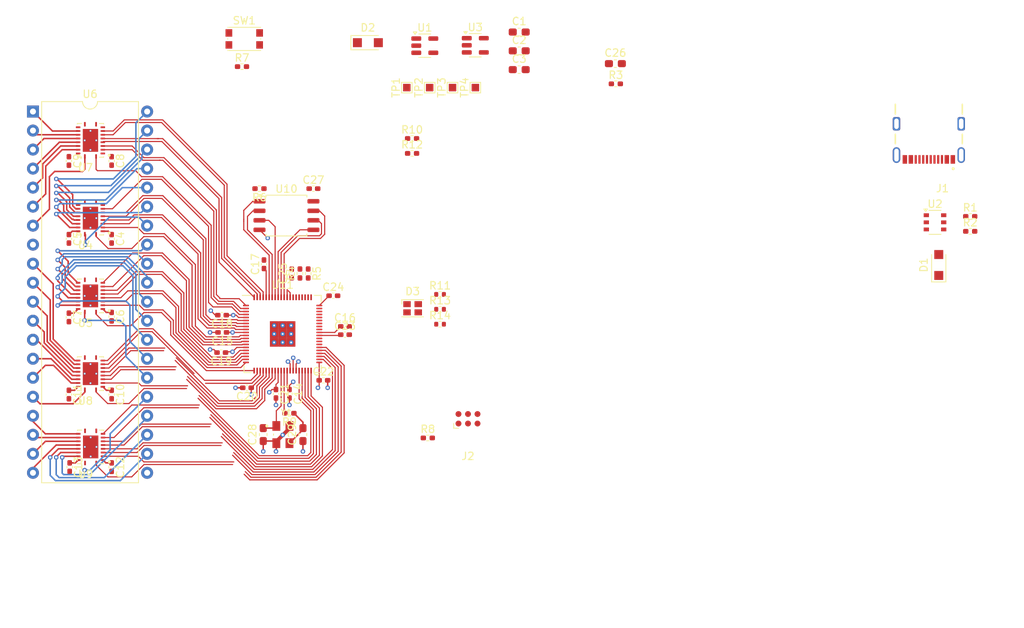
<source format=kicad_pcb>
(kicad_pcb (version 20240108) (generator "pcbnew") (generator_version "8.0")
  (layers (0 "F.Cu" signal) (1 "In1.Cu" power) (2 "In2.Cu" power) (31 "B.Cu" signal) (34 "B.Paste" user) (35 "F.Paste" user) (36 "B.SilkS" user "B.Silkscreen") (37 "F.SilkS" user "F.Silkscreen") (38 "B.Mask" user) (39 "F.Mask" user) (44 "Edge.Cuts" user))
  (net 0 "")
  (net 1 "GND")
  (net 2 "+1V1")
  (net 3 "/Power Supply & USB/V_{SUP}")
  (net 4 "+3V3")
  (net 5 "+5V")
  (net 6 "Net-(U11-VREG_AVDD)")
  (net 7 "/Processor/XIN")
  (net 8 "Net-(C29-Pad2)")
  (net 9 "VBUS")
  (net 10 "Net-(D3-GK)")
  (net 11 "Net-(D3-BK)")
  (net 12 "Net-(D3-RK)")
  (net 13 "Net-(U2-I{slash}O2A)")
  (net 14 "Net-(U2-I{slash}O1A)")
  (net 15 "Net-(J1-CC1)")
  (net 16 "Net-(J1-CC2)")
  (net 19 "Net-(J2-SWDIO)")
  (net 21 "Net-(J2-SWCLK)")
  (net 22 "Net-(J2-~{RESET})")
  (net 23 "/Power Supply & USB/USB_DP")
  (net 24 "Net-(U11-USB_DP)")
  (net 25 "/Power Supply & USB/USB_DM")
  (net 26 "Net-(U11-USB_DM)")
  (net 27 "/Processor/QSPI_SS")
  (net 28 "Net-(R7-Pad1)")
  (net 29 "/Processor/XOUT")
  (net 30 "/Processor/5V_SENSE")
  (net 31 "/Processor/~{RGB_R}")
  (net 32 "/Processor/~{RGB_G}")
  (net 33 "/Processor/~{RGB_B}")
  (net 36 "/Level Shifters & CPU Interface/6502_~{SO}")
  (net 37 "/Level Shifters & CPU Interface/CTRL.PIN36")
  (net 38 "/Level Shifters & CPU Interface/6502_PHI0")
  (net 39 "/Level Shifters & CPU Interface/CTRL.RW")
  (net 40 "/Level Shifters & CPU Interface/CTRL.~{SO}")
  (net 41 "/Level Shifters & CPU Interface/6502_PIN36")
  (net 42 "/Level Shifters & CPU Interface/6502_PHI2")
  (net 43 "/Level Shifters & CPU Interface/CTRL.PHI0")
  (net 44 "/Level Shifters & CPU Interface/CTRL.PHI2")
  (net 45 "/Level Shifters & CPU Interface/CTRL.~{RES}")
  (net 46 "/Level Shifters & CPU Interface/6502_R{slash}~{W}")
  (net 48 "/Level Shifters & CPU Interface/6502_~{RES}")
  (net 49 "/Level Shifters & CPU Interface/6502_PIN35")
  (net 50 "/Level Shifters & CPU Interface/CTRL.PIN35")
  (net 52 "/Level Shifters & CPU Interface/6502_D7")
  (net 53 "/Level Shifters & CPU Interface/6502_D3")
  (net 54 "/Level Shifters & CPU Interface/6502_D2")
  (net 55 "/Level Shifters & CPU Interface/D2")
  (net 56 "/Level Shifters & CPU Interface/D4")
  (net 57 "/Level Shifters & CPU Interface/D1")
  (net 58 "/Level Shifters & CPU Interface/6502_D5")
  (net 59 "/Level Shifters & CPU Interface/6502_D1")
  (net 60 "/Level Shifters & CPU Interface/D3")
  (net 61 "/Level Shifters & CPU Interface/D5")
  (net 62 "/Level Shifters & CPU Interface/D7")
  (net 63 "/Level Shifters & CPU Interface/D0")
  (net 64 "/Level Shifters & CPU Interface/6502_D0")
  (net 65 "/Level Shifters & CPU Interface/6502_D6")
  (net 66 "/Level Shifters & CPU Interface/D6")
  (net 67 "/Level Shifters & CPU Interface/6502_D4")
  (net 68 "/Level Shifters & CPU Interface/6502_A10")
  (net 69 "/Level Shifters & CPU Interface/6502_PIN1")
  (net 70 "/Level Shifters & CPU Interface/6502_SYNC")
  (net 71 "/Level Shifters & CPU Interface/6502_PHI1")
  (net 72 "/Level Shifters & CPU Interface/6502_A15")
  (net 73 "/Level Shifters & CPU Interface/6502_A13")
  (net 74 "/Level Shifters & CPU Interface/6502_A7")
  (net 75 "/Level Shifters & CPU Interface/6502_A9")
  (net 76 "/Level Shifters & CPU Interface/6502_A3")
  (net 77 "/Level Shifters & CPU Interface/6502_A14")
  (net 78 "/Level Shifters & CPU Interface/6502_RDY")
  (net 79 "/Level Shifters & CPU Interface/6502_A4")
  (net 80 "/Level Shifters & CPU Interface/6502_A0")
  (net 81 "/Level Shifters & CPU Interface/6502_A11")
  (net 82 "/Level Shifters & CPU Interface/6502_PIN5")
  (net 83 "/Level Shifters & CPU Interface/6502_~{IRQ}")
  (net 84 "/Level Shifters & CPU Interface/6502_A6")
  (net 85 "/Level Shifters & CPU Interface/6502_A5")
  (net 86 "/Level Shifters & CPU Interface/6502_A1")
  (net 87 "/Level Shifters & CPU Interface/6502_A12")
  (net 88 "/Level Shifters & CPU Interface/6502_~{NMI}")
  (net 89 "/Level Shifters & CPU Interface/6502_A2")
  (net 90 "/Level Shifters & CPU Interface/6502_A8")
  (net 92 "/Level Shifters & CPU Interface/CTRL.SYNC")
  (net 93 "/Level Shifters & CPU Interface/CTRL.RDY")
  (net 94 "/Level Shifters & CPU Interface/CTRL.~{NMI}")
  (net 95 "/Level Shifters & CPU Interface/CTRL.~{IRQ}")
  (net 97 "/Level Shifters & CPU Interface/CTRL.PIN5")
  (net 98 "/Level Shifters & CPU Interface/CTRL.PIN1")
  (net 99 "/Level Shifters & CPU Interface/CTRL.PHI1")
  (net 100 "/Level Shifters & CPU Interface/A7")
  (net 101 "/Level Shifters & CPU Interface/A6")
  (net 102 "/Level Shifters & CPU Interface/A5")
  (net 103 "/Level Shifters & CPU Interface/A3")
  (net 104 "/Level Shifters & CPU Interface/A4")
  (net 105 "/Level Shifters & CPU Interface/A1")
  (net 106 "/Level Shifters & CPU Interface/A0")
  (net 107 "/Level Shifters & CPU Interface/A2")
  (net 108 "/Level Shifters & CPU Interface/A8")
  (net 109 "/Level Shifters & CPU Interface/A11")
  (net 110 "/Level Shifters & CPU Interface/A12")
  (net 111 "/Level Shifters & CPU Interface/A9")
  (net 112 "/Level Shifters & CPU Interface/A10")
  (net 113 "/Level Shifters & CPU Interface/A14")
  (net 114 "/Level Shifters & CPU Interface/A15")
  (net 115 "/Level Shifters & CPU Interface/A13")
  (net 116 "/Processor/QSPI_SCLK")
  (net 117 "/Processor/QSPI_SD1")
  (net 118 "/Processor/QSPI_SD2")
  (net 119 "/Processor/QSPI_SD0")
  (net 120 "/Processor/QSPI_SD3")
  (footprint "Capacitor_SMD:C_0402_1005Metric_Pad0.74x0.62mm_HandSolder" (layer "F.Cu") (at 64.8 67.5 -90)
    (property "Reference" "C7")
    (property "Value" "0.1u")
  )
  (footprint "footprints:IC_TXS0108ERGYR" (layer "F.Cu") (at 67.675 64.625 180)
    (property "Reference" "U5")
    (property "Value" "TXS0108EPW")
  )
  (footprint "Resistor_SMD:R_0402_1005Metric" (layer "F.Cu") (at 114.335 68.406)
    (property "Reference" "R14")
    (property "Value" "680")
  )
  (footprint "Capacitor_SMD:C_0603_1608Metric_Pad1.08x0.95mm_HandSolder" (layer "F.Cu") (at 96.035 83.15 90)
    (property "Reference" "C29")
    (property "Value" "15p")
  )
  (footprint "TestPoint:TestPoint_Pad_1.0x1.0mm" (layer "F.Cu") (at 116 36.8 90)
    (property "Reference" "TP3")
    (property "Value" "V_{SUP}")
  )
  (footprint "Capacitor_SMD:C_0402_1005Metric_Pad0.74x0.62mm_HandSolder" (layer "F.Cu") (at 70.5 77.8 -90)
    (property "Reference" "C10")
    (property "Value" "0.1u")
  )
  (footprint "Capacitor_SMD:C_0402_1005Metric_Pad0.74x0.62mm_HandSolder" (layer "F.Cu") (at 101.6475 69.806)
    (property "Reference" "C23")
    (property "Value" "0.1u")
  )
  (footprint "Resistor_SMD:R_0402_1005Metric_Pad0.72x0.64mm_HandSolder" (layer "F.Cu") (at 96.735 61.6325 -90)
    (property "Reference" "R5")
    (property "Value" "27")
  )
  (footprint "Capacitor_SMD:C_0402_1005Metric_Pad0.74x0.62mm_HandSolder" (layer "F.Cu") (at 94.535 61.6325 90)
    (property "Reference" "C25")
    (property "Value" "0.1u")
  )
  (footprint "Capacitor_SMD:C_0402_1005Metric_Pad0.74x0.62mm_HandSolder" (layer "F.Cu") (at 64.8 57 -90)
    (property "Reference" "C5")
    (property "Value" "0.1u")
  )
  (footprint "Connector:Tag-Connect_TC2030-IDC-FP_2x03_P1.27mm_Vertical" (layer "F.Cu") (at 118.065 81.04)
    (property "Reference" "J2")
    (property "Value" "Conn_ARM_SWD_TagConnect_TC2030")
  )
  (footprint "Resistor_SMD:R_0402_1005Metric_Pad0.72x0.64mm_HandSolder" (layer "F.Cu") (at 112.7 83.6)
    (property "Reference" "R8")
    (property "Value" "1k")
  )
  (footprint "Button_Switch_SMD:SW_Push_1P1T_NO_CK_KMR2" (layer "F.Cu") (at 88.2 30.3)
    (property "Reference" "SW1")
    (property "Value" "SW_Push")
  )
  (footprint "TestPoint:TestPoint_Pad_1.0x1.0mm" (layer "F.Cu") (at 109.9 36.8 90)
    (property "Reference" "TP1")
    (property "Value" "+1V1")
  )
  (footprint "Capacitor_SMD:C_0402_1005Metric_Pad0.74x0.62mm_HandSolder" (layer "F.Cu") (at 92.435 77.7 -90)
    (property "Reference" "C21")
    (property "Value" "0.1u")
  )
  (footprint "Resistor_SMD:R_0402_1005Metric" (layer "F.Cu") (at 114.335 66.416)
    (property "Reference" "R13")
    (property "Value" "680")
  )
  (footprint "Capacitor_SMD:C_0402_1005Metric_Pad0.74x0.62mm_HandSolder" (layer "F.Cu") (at 97.435 50.3)
    (property "Reference" "C27")
    (property "Value" "0.1u")
  )
  (footprint "footprints:RP2350-QFN-80-1EP_10x10_P0.4mm_EP3.4x3.4mm_ThermalVias" (layer "F.Cu") (at 93.325 69.7095)
    (property "Reference" "U11")
    (property "Value" "RP2350_80QFN")
  )
  (footprint "Capacitor_SMD:C_0402_1005Metric_Pad0.74x0.62mm_HandSolder" (layer "F.Cu") (at 64.9 87.5 -90)
    (property "Reference" "C13")
    (property "Value" "0.1u")
  )
  (footprint "Capacitor_SMD:C_0402_1005Metric_Pad0.74x0.62mm_HandSolder" (layer "F.Cu") (at 70.5 67.4 -90)
    (property "Reference" "C6")
    (property "Value" "0.1u")
  )
  (footprint "footprints:IC_TXS0108ERGYR" (layer "F.Cu") (at 67.675 75.0125 180)
    (property "Reference" "U8")
    (property "Value" "TXS0108EPW")
  )
  (footprint "Capacitor_SMD:C_0402_1005Metric_Pad0.74x0.62mm_HandSolder" (layer "F.Cu") (at 85.135 72.2 180)
    (property "Reference" "C19")
    (property "Value" "0.1u")
  )
  (footprint "Package_SO:TSOP-6_1.65x3.05mm_P0.95mm" (layer "F.Cu") (at 180.4 54.8)
    (property "Reference" "U2")
    (property "Value" "IP4234CZ6")
  )
  (footprint "footprints:XTAL_ABM8-272-T3" (layer "F.Cu") (at 93.36 83.15)
    (property "Reference" "Y1")
    (property "Value" "ABM8-272-T3")
  )
  (footprint "Capacitor_SMD:C_0402_1005Metric_Pad0.74x0.62mm_HandSolder" (layer "F.Cu") (at 90.835 60.4 90)
    (property "Reference" "C17")
    (property "Value" "0.1u")
  )
  (footprint "Capacitor_SMD:C_0402_1005Metric_Pad0.74x0.62mm_HandSolder" (layer "F.Cu") (at 70.5 57 -90)
    (property "Reference" "C4")
    (property "Value" "0.1u")
  )
  (footprint "footprints:IC_TXS0108ERGYR" (layer "F.Cu") (at 67.7 84.8 180)
    (property "Reference" "U9")
    (property "Value" "TXS0108EPW")
  )
  (footprint "Capacitor_SMD:C_0402_1005Metric_Pad0.74x0.62mm_HandSolder" (layer "F.Cu") (at 70.5 87.5 -90)
    (property "Reference" "C12")
    (property "Value" "0.1u")
  )
  (footprint "Capacitor_SMD:C_0402_1005Metric_Pad0.74x0.62mm_HandSolder" (layer "F.Cu") (at 98.7675 75.9)
    (property "Reference" "C22")
    (property "Value" "0.1u")
  )
  (footprint "Resistor_SMD:R_0402_1005Metric_Pad0.72x0.64mm_HandSolder" (layer "F.Cu") (at 94.2325 80.3 180)
    (property "Reference" "R9")
    (property "Value" "1k")
  )
  (footprint "Resistor_SMD:R_0402_1005Metric" (layer "F.Cu") (at 114.335 64.426)
    (property "Reference" "R11")
    (property "Value" "680")
  )
  (footprint "Package_TO_SOT_SMD:SOT-23-5" (layer "F.Cu") (at 119.0375 31.15)
    (property "Reference" "U3")
    (property "Value" "AP2112K-3.3")
  )
  (footprint "Resistor_SMD:R_0402_1005Metric_Pad0.72x0.64mm_HandSolder" (layer "F.Cu") (at 185.1 56)
    (property "Reference" "R2")
    (property "Value" "5.1k")
  )
  (footprint "Capacitor_SMD:C_0402_1005Metric_Pad0.74x0.62mm_HandSolder" (layer "F.Cu") (at 88.5675 76.9 180)
    (property "Reference" "C20")
    (property "Value" "0.1u")
  )
  (footprint "Diode_SMD:Nexperia_CFP3_SOD-123W" (layer "F.Cu") (at 104.7 30.8)
    (property "Reference" "D2")
    (property "Value" "PMEG3010ER")
  )
  (footprint "Capacitor_SMD:C_0603_1608Metric_Pad1.08x0.95mm_HandSolder" (layer "F.Cu") (at 90.735 83.15 90)
    (property "Reference" "C28")
    (property "Value" "15p")
  )
  (footprint "Capacitor_SMD:C_0402_1005Metric_Pad0.74x0.62mm_HandSolder" (layer "F.Cu") (at 101.6475 68.706)
    (property "Reference" "C16")
    (property "Value" "0.1u")
  )
  (footprint "Capacitor_SMD:C_0402_1005Metric_Pad0.74x0.62mm_HandSolder" (layer "F.Cu") (at 64.8 77.8 -90)
    (property "Reference" "C11")
    (property "Value" "0.1u")
  )
  (footprint "Capacitor_SMD:C_0402_1005Metric_Pad0.74x0.62mm_HandSolder" (layer "F.Cu") (at 70.5 46.6 -90)
    (property "Reference" "C8")
    (property "Value" "0.1u")
  )
  (footprint "Package_DIP:DIP-40_W15.24mm" (layer "F.Cu") (at 60 40)
    (property "Reference" "U6")
    (property "Value" "65x02x_Universal")
  )
  (footprint "Package_TO_SOT_SMD:SOT-23-5" (layer "F.Cu") (at 112.3 31.2)
    (property "Reference" "U1")
    (property "Value" "TLV74311P")
  )
  (footprint "Package_SO:SOIC-8_5.23x5.23mm_P1.27mm" (layer "F.Cu") (at 93.835 53.895)
    (property "Reference" "U10")
    (property "Value" "W25Q128JVS")
  )
  (footprint "Resistor_SMD:R_0402_1005Metric_Pad0.72x0.64mm_HandSolder" (layer "F.Cu") (at 110.6025 45.59)
    (property "Reference" "R12")
    (property "Value" "5.1k")
  )
  (footprint "Capacitor_SMD:C_0402_1005Metric_Pad0.74x0.62mm_HandSolder" (layer "F.Cu") (at 85.235 67.2 180)
    (property "Reference" "C18")
    (property "Value" "0.1u")
  )
  (footprint "footprints:IC_TXS0108ERGYR" (layer "F.Cu") (at 67.675 43.85 180)
    (property "Reference" "U7")
    (property "Value" "TXS0108EPW")
  )
  (footprint "Resistor_SMD:R_0402_1005Metric_Pad0.72x0.64mm_HandSolder" (layer "F.Cu") (at 95.635 61.6325 90)
    (property "Reference" "R4")
    (property "Value" "27")
  )
  (footprint "Capacitor_SMD:C_0402_1005Metric_Pad0.74x0.62mm_HandSolder" (layer "F.Cu") (at 85.2675 69.5 180)
    (property "Reference" "C15")
    (property "Value" "0.1u")
  )
  (footprint "Diode_SMD:Nexperia_CFP3_SOD-123W" (layer "F.Cu") (at 180.9 60.5 90)
    (property "Reference" "D1")
    (property "Value" "PMEG3010ER")
  )
  (footprint "Capacitor_SMD:C_0402_1005Metric_Pad0.74x0.62mm_HandSolder" (layer "F.Cu") (at 94.235 77.7 -90)
    (property "Reference" "C14")
    (property "Value" "4.7u")
  )
  (footprint "Capacitor_SMD:C_0402_1005Metric_Pad0.74x0.62mm_HandSolder" (layer "F.Cu") (at 100.0925 64.606)
    (property "Reference" "C24")
    (property "Value" "0.1u")
  )
  (footprint "Capacitor_SMD:C_0603_1608Metric_Pad1.08x0.95mm_HandSolder" (layer "F.Cu") (at 124.9 34.4)
    (property "Reference" "C3")
    (property "Value" "2.2u")
  )
  (footprint "Capacitor_SMD:C_0603_1608Metric_Pad1.08x0.95mm_HandSolder" (layer "F.Cu") (at 124.9 31.89)
    (property "Reference" "C2")
    (property "Value" "10u")
  )
  (footprint "Capacitor_SMD:C_0603_1608Metric_Pad1.08x0.95mm_HandSolder" (layer "F.Cu") (at 137.7375 33.6)
    (property "Reference" "C26")
    (property "Value" "2.2u")
  )
  (footprint "Resistor_SMD:R_0402_1005Metric_Pad0.72x0.64mm_HandSolder" (layer "F.Cu") (at 137.8 36.3)
    (property "Reference" "R3")
    (property "Value" "10")
  )
  (footprint "Capacitor_SMD:C_0603_1608Metric_Pad1.08x0.95mm_HandSolder" (layer "F.Cu") (at 124.9 29.38)
    (property "Reference" "C1")
    (property "Value" "2.2u")
  )
  (footprint "TestPoint:TestPoint_Pad_1.0x1.0mm" (layer "F.Cu") (at 119.05 36.8 90)
    (property "Reference" "TP4")
    (property "Value" "+3V3")
  )
  (footprint "TestPoint:TestPoint_Pad_1.0x1.0mm" (layer "F.Cu") (at 112.95 36.8 90)
    (property "Reference" "TP2")
    (property "Value" "V_{BUS}")
  )
  (footprint "footprints:IC_TXS0108ERGYR" (layer "F.Cu") (at 67.675 54.2375 180)
    (property "Reference" "U4")
    (property "Value" "TXS0108EPW")
  )
  (footprint "Resistor_SMD:R_0402_1005Metric_Pad0.72x0.64mm_HandSolder" (layer "F.Cu") (at 90.235 50.3 180)
    (property "Reference" "R6")
    (property "Value" "10k")
  )
  (footprint "footprints:GCT_USB4105-GF-A" (layer "F.Cu") (at 179.5775 41.6375 180)
    (property "Reference" "J1")
    (property "Value" "USB4105-G-FA")
  )
  (footprint "Capacitor_SMD:C_0402_1005Metric_Pad0.74x0.62mm_HandSolder" (layer "F.Cu") (at 64.8 46.6 -90)
    (property "Reference" "C9")
    (property "Value" "0.1u")
  )
  (footprint "Resistor_SMD:R_0402_1005Metric_Pad0.72x0.64mm_HandSolder" (layer "F.Cu") (at 87.9025 34)
    (property "Reference" "R7")
    (property "Value" "1k")
  )
  (footprint "Resistor_SMD:R_0402_1005Metric_Pad0.72x0.64mm_HandSolder" (layer "F.Cu") (at 110.6025 43.6)
    (property "Reference" "R10")
    (property "Value" "5.1k")
  )
  (footprint "Resistor_SMD:R_0402_1005Metric_Pad0.72x0.64mm_HandSolder" (layer "F.Cu") (at 185.1 54.01)
    (property "Reference" "R1")
    (property "Value" "5.1k")
  )
  (footprint "LED_SMD:LED_Cree-PLCC4_2x2mm_CW" (layer "F.Cu") (at 110.675 66.276)
    (property "Reference" "D3")
    (property "Value" "LED_ABGR")
  )
  (segment (start 90.735 84.0125) (end 90.735 85.4) (width 0.2) (layer "F.Cu") (net 1))
  (segment (start 84.335 67.2) (end 83.735 66.6) (width 0.15) (layer "F.Cu") (net 1))
  (segment (start 93.36 83.2) (end 93.335 83.2) (width 0.5) (layer "F.Cu") (net 1))
  (segment (start 94.235 82.325) (end 93.36 83.2) (width 0.5) (layer "F.Cu") (net 1))
  (segment (start 92.1975 84.0125) (end 92.485 84.3) (width 0.2) (layer "F.Cu") (net 1))
  (segment (start 92.485 85.35) (end 92.435 85.4) (width 0.2) (layer "F.Cu") (net 1))
  (segment (start 92.485 84.3) (end 92.485 83.95) (width 0.5) (layer "F.Cu") (net 1))
  (segment (start 92.435 78.2675) (end 92.435 79.2) (width 0.15) (layer "F.Cu") (net 1))
  (segment (start 92.485 84.3) (end 92.485 85.35) (width 0.2) (layer "F.Cu") (net 1))
  (segment (start 99.335 75.9) (end 99.335 76.9) (width 0.2) (layer "F.Cu") (net 1))
  (segment (start 92.485 84.075) (end 92.485 84.3) (width 0.5) (layer "F.Cu") (net 1))
  (segment (start 90.735 84.0125) (end 92.1975 84.0125) (width 0.2) (layer "F.Cu") (net 1))
  (segment (start 83.641587 71.793413) (end 84.160913 71.793413) (width 0.15) (layer "F.Cu") (net 1))
  (segment (start 96.035 84.0125) (end 96.035 85.4) (width 0.2) (layer "F.Cu") (net 1))
  (segment (start 93.335 83.2) (end 93.335 83.225) (width 0.5) (layer "F.Cu") (net 1))
  (segment (start 94.235 82) (end 94.235 82.325) (width 0.5) (layer "F.Cu") (net 1))
  (segment (start 90.235 55.8) (end 91.335 56.9) (width 0.15) (layer "F.Cu") (net 1))
  (segment (start 84.7 69.5) (end 83.635 69.5) (width 0.15) (layer "F.Cu") (net 1))
  (segment (start 84.6675 67.2) (end 84.335 67.2) (width 0.15) (layer "F.Cu") (net 1))
  (segment (start 88 76.9) (end 87.035 76.9) (width 0.2) (layer "F.Cu") (net 1))
  (segment (start 84.160913 71.793413) (end 84.5675 72.2) (width 0.15) (layer "F.Cu") (net 1))
  (segment (start 93.335 83.225) (end 92.485 84.075) (width 0.5) (layer "F.Cu") (net 1))
  (segment (start 94.235 79.2) (end 94.235 78.2675) (width 0.15) (layer "F.Cu") (net 1))
  (via (at 93.335 83.2) (size 0.6) (drill 0.3) (layers "F.Cu" "B.Cu") (net 1))
  (via (at 87.035 76.9) (size 0.6) (drill 0.3) (layers "F.Cu" "B.Cu") (net 1))
  (via (at 94.235 79.2) (size 0.6) (drill 0.3) (layers "F.Cu" "B.Cu") (net 1))
  (via (at 91.335 56.9) (size 0.6) (drill 0.3) (layers "F.Cu" "B.Cu") (net 1))
  (via (at 83.641587 71.793413) (size 0.6) (drill 0.3) (layers "F.Cu" "B.Cu") (net 1))
  (via (at 90.735 85.4) (size 0.6) (drill 0.3) (layers "F.Cu" "B.Cu") (net 1))
  (via (at 99.335 76.9) (size 0.6) (drill 0.3) (layers "F.Cu" "B.Cu") (net 1))
  (via (at 96.035 85.4) (size 0.6) (drill 0.3) (layers "F.Cu" "B.Cu") (net 1))
  (via (at 92.435 79.2) (size 0.6) (drill 0.3) (layers "F.Cu" "B.Cu") (net 1))
  (via (at 92.435 85.4) (size 0.6) (drill 0.3) (layers "F.Cu" "B.Cu") (net 1))
  (via (at 83.735 66.6) (size 0.6) (drill 0.3) (layers "F.Cu" "B.Cu") (net 1))
  (via (at 83.635 69.5) (size 0.6) (drill 0.3) (layers "F.Cu" "B.Cu") (net 1))
  (segment (start 94.235 77.1325) (end 94.235 76.6) (width 0.15) (layer "F.Cu") (net 2))
  (segment (start 88.4285 69.5095) (end 86.6445 69.5095) (width 0.15) (layer "F.Cu") (net 2))
  (segment (start 94.235 77.1325) (end 93.925 76.8225) (width 0.15) (layer "F.Cu") (net 2))
  (segment (start 100.2765 69.5095) (end 101.08 68.706) (width 0.15) (layer "F.Cu") (net 2))
  (segment (start 94.235 76.6) (end 94.735 76.1) (width 0.15) (layer "F.Cu") (net 2))
  (segment (start 86.6445 69.5095) (end 86.635 69.5) (width 0.15) (layer "F.Cu") (net 2))
  (segment (start 85.835 69.5) (end 86.635 69.5) (width 0.15) (layer "F.Cu") (net 2))
  (segment (start 98.2215 69.5095) (end 100.2765 69.5095) (width 0.15) (layer "F.Cu") (net 2))
  (segment (start 93.925 76.8225) (end 93.925 74.606) (width 0.15) (layer "F.Cu") (net 2))
  (via (at 94.735 76.1) (size 0.6) (drill 0.3) (layers "F.Cu" "B.Cu") (net 2))
  (via (at 86.635 69.5) (size 0.6) (drill 0.3) (layers "F.Cu" "B.Cu") (net 2))
  (segment (start 85.7025 72.2) (end 85.7025 71.9515) (width 0.15) (layer "F.Cu") (net 4))
  (segment (start 88.4285 67.5095) (end 87.437573 67.5095) (width 0.15) (layer "F.Cu") (net 4))
  (segment (start 90.725 75.31) (end 90.725 74.606) (width 0.15) (layer "F.Cu") (net 4))
  (segment (start 90.725 75.31) (end 89.135 76.9) (width 0.15) (layer "F.Cu") (net 4))
  (segment (start 92.725 76.175) (end 92.725 74.606) (width 0.15) (layer "F.Cu") (net 4))
  (segment (start 70.5 66.8325) (end 69.7825 66.8325) (width 0.2) (layer "F.Cu") (net 4))
  (segment (start 98.2 75.9) (end 98.2 76.735) (width 0.15) (layer "F.Cu") (net 4))
  (segment (start 91.125 61.2575) (end 90.835 60.9675) (width 0.15) (layer "F.Cu") (net 4))
  (segment (start 69.795 77.2325) (end 69.325 76.7625) (width 0.2) (layer "F.Cu") (net 4))
  (segment (start 69.7325 86.9325) (end 69.35 86.55) (width 0.2) (layer "F.Cu") (net 4))
  (segment (start 87.437573 67.5095) (end 87.128073 67.2) (width 0.15) (layer "F.Cu") (net 4))
  (segment (start 92.435 76.465) (end 92.725 76.175) (width 0.15) (layer "F.Cu") (net 4))
  (segment (start 94.325 64.2) (end 93.925 63.8) (width 0.15) (layer "F.Cu") (net 4))
  (segment (start 87.212326 71.5095) (end 86.628413 72.093413) (width 0.15) (layer "F.Cu") (net 4))
  (segment (start 98.2 75.9) (end 98.2 73.531) (width 0.15) (layer "F.Cu") (net 4))
  (segment (start 98.2 76.735) (end 98.035 76.9) (width 0.15) (layer "F.Cu") (net 4))
  (segment (start 89.135 76.9) (end 89.135 77.8) (width 0.15) (layer "F.Cu") (net 4))
  (segment (start 85.8025 67.2) (end 86.735 67.2) (width 0.15) (layer "F.Cu") (net 4))
  (segment (start 85.809087 72.093413) (end 85.7025 72.2) (width 0.15) (layer "F.Cu") (net 4))
  (segment (start 86.628413 72.093413) (end 85.809087 72.093413) (width 0.15) (layer "F.Cu") (net 4))
  (segment (start 98.2 73.531) (end 98.2215 73.5095) (width 0.15) (layer "F.Cu") (net 4))
  (segment (start 98.2215 69.9095) (end 100.9765 69.9095) (width 0.15) (layer "F.Cu") (net 4))
  (segment (start 91.125 64.813) (end 91.125 61.2575) (width 0.15) (layer "F.Cu") (net 4))
  (segment (start 88.4285 71.5095) (end 87.212326 71.5095) (width 0.15) (layer "F.Cu") (net 4))
  (segment (start 92.435 77.1325) (end 91.9025 77.1325) (width 0.15) (layer "F.Cu") (net 4))
  (segment (start 69.7825 66.8325) (end 69.325 66.375) (width 0.2) (layer "F.Cu") (net 4))
  (segment (start 91.9025 77.1325) (end 91.535 77.5) (width 0.15) (layer "F.Cu") (net 4))
  (segment (start 94.325 64.813) (end 94.325 64.2) (width 0.15) (layer "F.Cu") (net 4))
  (segment (start 69.325 55.9875) (end 70.055 55.9875) (width 0.2) (layer "F.Cu") (net 4))
  (segment (start 93.925 64.813) (end 93.925 63.8) (width 0.15) (layer "F.Cu") (net 4))
  (segment (start 100.9765 69.9095) (end 101.08 69.806) (width 0.15) (layer "F.Cu") (net 4))
  (segment (start 92.435 77.1325) (end 92.435 76.465) (width 0.15) (layer "F.Cu") (net 4))
  (segment (start 98.2215 65.9095) (end 99.525 64.606) (width 0.15) (layer "F.Cu") (net 4))
  (segment (start 70.5 86.9325) (end 69.7325 86.9325) (width 0.2) (layer "F.Cu") (net 4))
  (segment (start 70.5 77.2325) (end 69.795 77.2325) (width 0.2) (layer "F.Cu") (net 4))
  (segment (start 70.055 55.9875) (end 70.5 56.4325) (width 0.2) (layer "F.Cu") (net 4))
  (segment (start 87.128073 67.2) (end 86.735 67.2) (width 0.15) (layer "F.Cu") (net 4))
  (via (at 98.035 76.9) (size 0.6) (drill 0.3) (layers "F.Cu" "B.Cu") (net 4))
  (via (at 91.535 77.5) (size 0.6) (drill 0.3) (layers "F.Cu" "B.Cu") (net 4))
  (via (at 86.735 67.2) (size 0.6) (drill 0.3) (layers "F.Cu" "B.Cu") (net 4))
  (via (at 89.135 77.8) (size 0.6) (drill 0.3) (layers "F.Cu" "B.Cu") (net 4))
  (via (at 86.628413 72.093413) (size 0.6) (drill 0.3) (layers "F.Cu" "B.Cu") (net 4))
  (segment (start 65.555 77.2325) (end 66.025 76.7625) (width 0.2) (layer "F.Cu") (net 5))
  (segment (start 64.8 66.9325) (end 65.4675 66.9325) (width 0.2) (layer "F.Cu") (net 5))
  (segment (start 64.8 77.2325) (end 65.555 77.2325) (width 0.2) (layer "F.Cu") (net 5))
  (segment (start 65.4675 66.9325) (end 66.025 66.375) (width 0.2) (layer "F.Cu") (net 5))
  (segment (start 65.6675 86.9325) (end 66.05 86.55) (width 0.2) (layer "F.Cu") (net 5))
  (segment (start 65.245 55.9875) (end 64.8 56.4325) (width 0.2) (layer "F.Cu") (net 5))
  (segment (start 66.025 55.9875) (end 65.245 55.9875) (width 0.2) (layer "F.Cu") (net 5))
  (segment (start 64.9 86.9325) (end 65.6675 86.9325) (width 0.2) (layer "F.Cu") (net 5))
  (segment (start 90.735 82.2875) (end 92.1975 82.2875) (width 0.2) (layer "F.Cu") (net 7))
  (segment (start 92.1975 82.2875) (end 92.485 82) (width 0.2) (layer "F.Cu") (net 7))
  (segment (start 92.485 79.963173) (end 92.485 82) (width 0.15) (layer "F.Cu") (net 7))
  (segment (start 93.125 79.323173) (end 92.485 79.963173) (width 0.15) (layer "F.Cu") (net 7))
  (segment (start 93.125 74.606) (end 93.125 79.323173) (width 0.15) (layer "F.Cu") (net 7))
  (segment (start 94.83 80.3) (end 96.035 81.505) (width 0.2) (layer "F.Cu") (net 8))
  (segment (start 94.1975 84.3375) (end 94.235 84.3) (width 0.15) (layer "F.Cu") (net 8))
  (segment (start 96.035 81.505) (end 96.035 82.2875) (width 0.2) (layer "F.Cu") (net 8))
  (segment (start 96.035 82.2875) (end 96.035 82.5) (width 0.2) (layer "F.Cu") (net 8))
  (segment (start 96.035 82.5) (end 94.235 84.3) (width 0.2) (layer "F.Cu") (net 8))
  (segment (start 94.725 74.606) (end 94.725 72.91) (width 0.15) (layer "F.Cu") (net 19))
  (segment (start 94.725 72.91) (end 94.735 72.9) (width 0.15) (layer "F.Cu") (net 19))
  (via (at 94.735 72.9) (size 0.6) (drill 0.3) (layers "F.Cu" "B.Cu") (net 19))
  (segment (start 94.325 73.69) (end 94.035 73.4) (width 0.15) (layer "F.Cu") (net 21))
  (segment (start 94.325 74.606) (end 94.325 73.69) (width 0.15) (layer "F.Cu") (net 21))
  (via (at 94.035 73.4) (size 0.6) (drill 0.3) (layers "F.Cu" "B.Cu") (net 21))
  (segment (start 95.125 73.71) (end 95.435 73.4) (width 0.15) (layer "F.Cu") (net 22))
  (segment (start 95.125 74.606) (end 95.125 73.71) (width 0.15) (layer "F.Cu") (net 22))
  (via (at 95.435 73.4) (size 0.6) (drill 0.3) (layers "F.Cu" "B.Cu") (net 22))
  (segment (start 88.135 53.2) (end 88.135 54.407271) (width 0.15) (layer "F.Cu") (net 27))
  (segment (start 89.345 51.99) (end 88.135 53.2) (width 0.15) (layer "F.Cu") (net 27))
  (segment (start 88.135 54.632469) (end 88.135 55.794974) (width 0.15) (layer "F.Cu") (net 27))
  (segment (start 90.235 51.99) (end 89.345 51.99) (width 0.15) (layer "F.Cu") (net 27))
  (segment (start 88.135 55.794974) (end 91.525 59.184974) (width 0.15) (layer "F.Cu") (net 27))
  (segment (start 91.525 59.184974) (end 91.525 64.813) (width 0.15) (layer "F.Cu") (net 27))
  (segment (start 88.135 54.407271) (end 88.135 54.632469) (width 0.15) (layer "F.Cu") (net 27))
  (segment (start 93.525 80.19) (end 93.635 80.3) (width 0.15) (layer "F.Cu") (net 29))
  (segment (start 93.525 74.606) (end 93.525 80.19) (width 0.15) (layer "F.Cu") (net 29))
  (segment (start 64.5 52.04853) (end 64.5 53.1) (width 0.2) (layer "F.Cu") (net 36))
  (segment (start 64.5 53.1) (end 65.3875 53.9875) (width 0.2) (layer "F.Cu") (net 36))
  (segment (start 65.3875 53.9875) (end 66.025 53.9875) (width 0.2) (layer "F.Cu") (net 36))
  (segment (start 63.225735 50.774265) (end 64.5 52.04853) (width 0.2) (layer "F.Cu") (net 36))
  (via (at 63.110049 50.87598) (size 0.6) (drill 0.3) (layers "F.Cu" "B.Cu") (net 36))
  (segment (start 63.225735 50.774265) (end 63.25147 50.8) (width 0.2) (layer "B.Cu") (net 36))
  (segment (start 70.065686 50.8) (end 74.54 46.325686) (width 0.2) (layer "B.Cu") (net 36))
  (segment (start 74.54 46.325686) (end 74.54 45.78) (width 0.2) (layer "B.Cu") (net 36))
  (segment (start 63.25147 50.8) (end 70.065686 50.8) (width 0.2) (layer "B.Cu") (net 36))
  (segment (start 74.54 45.78) (end 75.24 45.08) (width 0.2) (layer "B.Cu") (net 36))
  (segment (start 83.25 68.915) (end 86.863173 68.915) (width 0.15) (layer "F.Cu") (net 37))
  (segment (start 77.15 54.15) (end 82.032487 59.032487) (width 0.15) (layer "F.Cu") (net 37))
  (segment (start 86.863173 68.915) (end 87.057673 69.1095) (width 0.15) (layer "F.Cu") (net 37))
  (segment (start 72.8625 54.9875) (end 73.7 54.15) (width 0.15) (layer "F.Cu") (net 37))
  (segment (start 82.032487 59.032487) (end 82.032487 67.697487) (width 0.15) (layer "F.Cu") (net 37))
  (segment (start 69.325 54.9875) (end 72.8625 54.9875) (width 0.15) (layer "F.Cu") (net 37))
  (segment (start 82.032487 67.697487) (end 83.25 68.915) (width 0.15) (layer "F.Cu") (net 37))
  (segment (start 87.057673 69.1095) (end 88.4285 69.1095) (width 0.15) (layer "F.Cu") (net 37))
  (segment (start 73.7 54.15) (end 77.15 54.15) (width 0.15) (layer "F.Cu") (net 37))
  (segment (start 64.1 52.5) (end 64.1 53.265686) (width 0.2) (layer "F.Cu") (net 38))
  (segment (start 64.1 53.265686) (end 65.234314 54.4) (width 0.2) (layer "F.Cu") (net 38))
  (segment (start 63.2 51.6) (end 64.1 52.5) (width 0.2) (layer "F.Cu") (net 38))
  (segment (start 65.234314 54.4) (end 65.4 54.4) (width 0.2) (layer "F.Cu") (net 38))
  (segment (start 65.4875 54.4875) (end 66.025 54.4875) (width 0.2) (layer "F.Cu") (net 38))
  (segment (start 65.4 54.4) (end 65.4875 54.4875) (width 0.2) (layer "F.Cu") (net 38))
  (via (at 63.110049 51.81397) (size 0.6) (drill 0.3) (layers "F.Cu" "B.Cu") (net 38))
  (segment (start 63.110049 51.81397) (end 69.68603 51.81397) (width 0.2) (layer "B.Cu") (net 38))
  (segment (start 69.68603 51.81397) (end 73.88 47.62) (width 0.2) (layer "B.Cu") (net 38))
  (segment (start 73.88 47.62) (end 75.24 47.62) (width 0.2) (layer "B.Cu") (net 38))
  (segment (start 81.235 68.7) (end 81.235 60.6) (width 0.15) (layer "F.Cu") (net 39))
  (segment (start 73.19972 58.3) (end 74.79972 56.7) (width 0.15) (layer "F.Cu") (net 39))
  (segment (start 68.425 56.3875) (end 68.425 56.6875) (width 0.15) (layer "F.Cu") (net 39))
  (segment (start 82.985 70.45) (end 81.235 68.7) (width 0.15) (layer "F.Cu") (net 39))
  (segment (start 77.435 56.7) (end 81.235 60.5) (width 0.15) (layer "F.Cu") (net 39))
  (segment (start 81.235 60.6) (end 81.235 60.5) (width 0.15) (layer "F.Cu") (net 39))
  (segment (start 70.0375 58.3) (end 73.19972 58.3) (width 0.15) (layer "F.Cu") (net 39))
  (segment (start 88.4285 70.3095) (end 87.780335 70.3095) (width 0.15) (layer "F.Cu") (net 39))
  (segment (start 74.79972 56.7) (end 77.435 56.7) (width 0.15) (layer "F.Cu") (net 39))
  (segment (start 68.425 56.6875) (end 70.0375 58.3) (width 0.15) (layer "F.Cu") (net 39))
  (segment (start 87.780335 70.3095) (end 87.639835 70.45) (width 0.15) (layer "F.Cu") (net 39))
  (segment (start 87.639835 70.45) (end 82.985 70.45) (width 0.15) (layer "F.Cu") (net 39))
  (segment (start 87.247623 68.3095) (end 87.138123 68.2) (width 0.15) (layer "F.Cu") (net 40))
  (segment (start 82.732487 67.297487) (end 82.732487 57.132487) (width 0.15) (layer "F.Cu") (net 40))
  (segment (start 77.2 51.6) (end 74.81972 51.6) (width 0.15) (layer "F.Cu") (net 40))
  (segment (start 72.43222 53.9875) (end 69.325 53.9875) (width 0.15) (layer "F.Cu") (net 40))
  (segment (start 83.635 68.2) (end 82.732487 67.297487) (width 0.15) (layer "F.Cu") (net 40))
  (segment (start 74.81972 51.6) (end 72.43222 53.9875) (width 0.15) (layer "F.Cu") (net 40))
  (segment (start 88.4285 68.3095) (end 87.247623 68.3095) (width 0.15) (layer "F.Cu") (net 40))
  (segment (start 82.732487 57.132487) (end 77.2 51.6) (width 0.15) (layer "F.Cu") (net 40))
  (segment (start 87.138123 68.2) (end 83.635 68.2) (width 0.15) (layer "F.Cu") (net 40))
  (segment (start 63.110049 52.75196) (end 63.110049 52.841421) (width 0.2) (layer "F.Cu") (net 41))
  (segment (start 65.256128 54.9875) (end 66.025 54.9875) (width 0.2) (layer "F.Cu") (net 41))
  (segment (start 63.110049 52.841421) (end 65.256128 54.9875) (width 0.2) (layer "F.Cu") (net 41))
  (via (at 63.110049 52.75196) (size 0.6) (drill 0.3) (layers "F.Cu" "B.Cu") (net 41))
  (segment (start 69.8 52.3) (end 63.562009 52.3) (width 0.2) (layer "B.Cu") (net 41))
  (segment (start 71.94 50.16) (end 69.8 52.3) (width 0.2) (layer "B.Cu") (net 41))
  (segment (start 63.562009 52.3) (end 63.110049 52.75196) (width 0.2) (layer "B.Cu") (net 41))
  (segment (start 75.24 50.16) (end 71.94 50.16) (width 0.2) (layer "B.Cu") (net 41))
  (segment (start 64.9 51.54853) (end 64.9 52.745662) (width 0.2) (layer "F.Cu") (net 42))
  (segment (start 63.175735 49.824265) (end 64.9 51.54853) (width 0.2) (layer "F.Cu") (net 42))
  (segment (start 64.9 52.745662) (end 65.641838 53.4875) (width 0.2) (layer "F.Cu") (net 42))
  (segment (start 65.641838 53.4875) (end 66.025 53.4875) (width 0.2) (layer "F.Cu") (net 42))
  (via (at 63.110049 49.93799) (size 0.6) (drill 0.3) (layers "F.Cu" "B.Cu") (net 42))
  (segment (start 74.14 43.64) (end 75.24 42.54) (width 0.2) (layer "B.Cu") (net 42))
  (segment (start 74.14 46.16) (end 74.14 43.64) (width 0.2) (layer "B.Cu") (net 42))
  (segment (start 63.175735 49.824265) (end 63.25147 49.9) (width 0.2) (layer "B.Cu") (net 42))
  (segment (start 63.25147 49.9) (end 70.4 49.9) (width 0.2) (layer "B.Cu") (net 42))
  (segment (start 70.4 49.9) (end 74.14 46.16) (width 0.2) (layer "B.Cu") (net 42))
  (segment (start 87.152648 68.7095) (end 88.4285 68.7095) (width 0.15) (layer "F.Cu") (net 43))
  (segment (start 69.325 54.4875) (end 72.8125 54.4875) (width 0.15) (layer "F.Cu") (net 43))
  (segment (start 77.3 53.8) (end 82.382487 58.882487) (width 0.15) (layer "F.Cu") (net 43))
  (segment (start 87.008148 68.565) (end 87.152648 68.7095) (width 0.15) (layer "F.Cu") (net 43))
  (segment (start 72.8125 54.4875) (end 73.5 53.8) (width 0.15) (layer "F.Cu") (net 43))
  (segment (start 82.382487 67.447487) (end 83.5 68.565) (width 0.15) (layer "F.Cu") (net 43))
  (segment (start 83.5 68.565) (end 87.008148 68.565) (width 0.15) (layer "F.Cu") (net 43))
  (segment (start 82.382487 58.882487) (end 82.382487 67.447487) (width 0.15) (layer "F.Cu") (net 43))
  (segment (start 73.5 53.8) (end 77.3 53.8) (width 0.15) (layer "F.Cu") (net 43))
  (segment (start 87.233098 67.8) (end 87.342598 67.9095) (width 0.15) (layer "F.Cu") (net 44))
  (segment (start 83.082487 56.982487) (end 83.082487 67.152513) (width 0.15) (layer "F.Cu") (net 44))
  (segment (start 83.729974 67.8) (end 87.233098 67.8) (width 0.15) (layer "F.Cu") (net 44))
  (segment (start 83.082487 67.152513) (end 83.729974 67.8) (width 0.15) (layer "F.Cu") (net 44))
  (segment (start 69.325 53.4875) (end 72.4125 53.4875) (width 0.15) (layer "F.Cu") (net 44))
  (segment (start 72.4125 53.4875) (end 74.665 51.235) (width 0.15) (layer "F.Cu") (net 44))
  (segment (start 74.665 51.235) (end 77.335 51.235) (width 0.15) (layer "F.Cu") (net 44))
  (segment (start 77.335 51.235) (end 83.082487 56.982487) (width 0.15) (layer "F.Cu") (net 44))
  (segment (start 87.342598 67.9095) (end 88.4285 67.9095) (width 0.15) (layer "F.Cu") (net 44))
  (segment (start 87.532547 67.1095) (end 88.4285 67.1095) (width 0.15) (layer "F.Cu") (net 45))
  (segment (start 69.325 52.9875) (end 70.6125 52.9875) (width 0.15) (layer "F.Cu") (net 45))
  (segment (start 74.55 49.05) (end 77.15 49.05) (width 0.15) (layer "F.Cu") (net 45))
  (segment (start 84.035 66.1) (end 86.523047 66.1) (width 0.15) (layer "F.Cu") (net 45))
  (segment (start 83.435 65.5) (end 84.035 66.1) (width 0.15) (layer "F.Cu") (net 45))
  (segment (start 83.435 55.335) (end 83.435 65.5) (width 0.15) (layer "F.Cu") (net 45))
  (segment (start 77.15 49.05) (end 83.435 55.335) (width 0.15) (layer "F.Cu") (net 45))
  (segment (start 86.523047 66.1) (end 87.532547 67.1095) (width 0.15) (layer "F.Cu") (net 45))
  (segment (start 70.6125 52.9875) (end 74.55 49.05) (width 0.15) (layer "F.Cu") (net 45))
  (segment (start 67 57.8) (end 67 56.4625) (width 0.2) (layer "F.Cu") (net 46))
  (segment (start 67 56.4625) (end 66.925 56.3875) (width 0.2) (layer "F.Cu") (net 46))
  (via (at 67 57.8) (size 0.6) (drill 0.3) (layers "F.Cu" "B.Cu") (net 46))
  (segment (start 70.2 54.1) (end 67 57.3) (width 0.2) (layer "B.Cu") (net 46))
  (segment (start 74.1 54.1) (end 70.2 54.1) (width 0.2) (layer "B.Cu") (net 46))
  (segment (start 67 57.3) (end 67 57.8) (width 0.2) (layer "B.Cu") (net 46))
  (segment (start 75.24 55.24) (end 74.1 54.1) (width 0.2) (layer "B.Cu") (net 46))
  (segment (start 65.3 51.1) (end 65.3 52.579976) (width 0.2) (layer "F.Cu") (net 48))
  (segment (start 65.707524 52.9875) (end 66.025 52.9875) (width 0.2) (layer "F.Cu") (net 48))
  (segment (start 63.2 49) (end 65.3 51.1) (width 0.2) (layer "F.Cu") (net 48))
  (segment (start 65.3 52.579976) (end 65.707524 52.9875) (width 0.2) (layer "F.Cu") (net 48))
  (via (at 63.110049 49) (size 0.6) (drill 0.3) (layers "F.Cu" "B.Cu") (net 48))
  (segment (start 70.734314 49) (end 73.74 45.994314) (width 0.2) (layer "B.Cu") (net 48))
  (segment (start 63.2 49) (end 70.734314 49) (width 0.2) (layer "B.Cu") (net 48))
  (segment (start 73.74 41.5) (end 75.24 40) (width 0.2) (layer "B.Cu") (net 48))
  (segment (start 73.74 45.994314) (end 73.74 41.5) (width 0.2) (layer "B.Cu") (net 48))
  (segment (start 64.907598 55.4875) (end 66.025 55.4875) (width 0.2) (layer "F.Cu") (net 49))
  (segment (start 63.110049 53.689951) (end 64.907598 55.4875) (width 0.2) (layer "F.Cu") (net 49))
  (via (at 63.110049 53.689951) (size 0.6) (drill 0.3) (layers "F.Cu" "B.Cu") (net 49))
  (segment (start 63.2875 53.5125) (end 67.902817 53.5125) (width 0.2) (layer "B.Cu") (net 49))
  (segment (start 74.44 53.5) (end 75.24 52.7) (width 0.2) (layer "B.Cu") (net 49))
  (segment (start 67.915317 53.5) (end 74.44 53.5) (width 0.2) (layer "B.Cu") (net 49))
  (segment (start 63.110049 53.689951) (end 63.2875 53.5125) (width 0.2) (layer "B.Cu") (net 49))
  (segment (start 67.902817 53.5125) (end 67.915317 53.5) (width 0.2) (layer "B.Cu") (net 49))
  (segment (start 87.494861 70.1) (end 87.685361 69.9095) (width 0.15) (layer "F.Cu") (net 50))
  (segment (start 87.685361 69.9095) (end 88.4285 69.9095) (width 0.15) (layer "F.Cu") (net 50))
  (segment (start 81.682487 68.652513) (end 83.129974 70.1) (width 0.15) (layer "F.Cu") (net 50))
  (segment (start 73.96722 55.4875) (end 74.79472 56.315) (width 0.15) (layer "F.Cu") (net 50))
  (segment (start 74.79472 56.315) (end 77.55 56.315) (width 0.15) (layer "F.Cu") (net 50))
  (segment (start 77.55 56.315) (end 81.682487 60.447487) (width 0.15) (layer "F.Cu") (net 50))
  (segment (start 69.325 55.4875) (end 73.96722 55.4875) (width 0.15) (layer "F.Cu") (net 50))
  (segment (start 81.682487 60.447487) (end 81.682487 68.652513) (width 0.15) (layer "F.Cu") (net 50))
  (segment (start 83.129974 70.1) (end 87.494861 70.1) (width 0.15) (layer "F.Cu") (net 50))
  (segment (start 66.9 67.9) (end 66.9 66.8) (width 0.2) (layer "F.Cu") (net 52))
  (segment (start 66.9 66.8) (end 66.925 66.775) (width 0.2) (layer "F.Cu") (net 52))
  (via (at 66.9 67.9) (size 0.6) (drill 0.3) (layers "F.Cu" "B.Cu") (net 52))
  (segment (start 72.4 72.72) (end 75.24 75.56) (width 0.2) (layer "B.Cu") (net 52))
  (segment (start 71.6 67.9) (end 72.4 68.7) (width 0.2) (layer "B.Cu") (net 52))
  (segment (start 72.4 68.7) (end 72.4 72.72) (width 0.2) (layer "B.Cu") (net 52))
  (segment (start 66.9 67.9) (end 71.6 67.9) (width 0.2) (layer "B.Cu") (net 52))
  (segment (start 63.3 62.618135) (end 65.056865 64.375) (width 0.2) (layer "F.Cu") (net 53))
  (segment (start 65.056865 64.375) (end 66.025 64.375) (width 0.2) (layer "F.Cu") (net 53))
  (segment (start 63.3 62.249998) (end 63.3 62.618135) (width 0.2) (layer "F.Cu") (net 53))
  (via (at 63.3 62.249998) (size 0.6) (drill 0.3) (layers "F.Cu" "B.Cu") (net 53))
  (segment (start 74.14 61.54) (end 72.4 59.8) (width 0.2) (layer "B.Cu") (net 53))
  (segment (start 72.4 59.8) (end 65.434314 59.8) (width 0.2) (layer "B.Cu") (net 53))
  (segment (start 65.434314 59.8) (end 63.3 61.934314) (width 0.2) (layer "B.Cu") (net 53))
  (segment (start 75.24 65.4) (end 74.14 64.3) (width 0.2) (layer "B.Cu") (net 53))
  (segment (start 74.14 64.3) (end 74.14 61.54) (width 0.2) (layer "B.Cu") (net 53))
  (segment (start 63.3 61.934314) (end 63.3 62.249998) (width 0.2) (layer "B.Cu") (net 53))
  (segment (start 65.475 63.875) (end 66.025 63.875) (width 0.2) (layer "F.Cu") (net 54))
  (segment (start 63.9 62.3) (end 65.475 63.875) (width 0.2) (layer "F.Cu") (net 54))
  (segment (start 63.9 61.633332) (end 63.9 62.3) (width 0.2) (layer "F.Cu") (net 54))
  (segment (start 63.3 61.033332) (end 63.9 61.633332) (width 0.2) (layer "F.Cu") (net 54))
  (via (at 63.3 61.033332) (size 0.6) (drill 0.3) (layers "F.Cu" "B.Cu") (net 54))
  (segment (start 63.9 60.433332) (end 63.3 61.033332) (width 0.2) (layer "B.Cu") (net 54))
  (segment (start 75.24 62.86) (end 75.24 62.04) (width 0.2) (layer "B.Cu") (net 54))
  (segment (start 63.9 59.782352) (end 63.9 60.433332) (width 0.2) (layer "B.Cu") (net 54))
  (segment (start 64.282352 59.4) (end 63.9 59.782352) (width 0.2) (layer "B.Cu") (net 54))
  (segment (start 75.24 62.04) (end 72.6 59.4) (width 0.2) (layer "B.Cu") (net 54))
  (segment (start 72.6 59.4) (end 64.282352 59.4) (width 0.2) (layer "B.Cu") (net 54))
  (segment (start 69.325 63.875) (end 71.225 63.875) (width 0.15) (layer "F.Cu") (net 55))
  (segment (start 71.225 63.875) (end 73.7 61.4) (width 0.15) (layer "F.Cu") (net 55))
  (segment (start 73.7 61.4) (end 77.3 61.4) (width 0.15) (layer "F.Cu") (net 55))
  (segment (start 87.6255 71.9095) (end 88.4285 71.9095) (width 0.15) (layer "F.Cu") (net 55))
  (segment (start 77.3 61.4) (end 80.135 64.235) (width 0.15) (layer "F.Cu") (net 55))
  (segment (start 83.835 72.8) (end 86.735 72.8) (width 0.15) (layer "F.Cu") (net 55))
  (segment (start 80.135 69.1) (end 83.835 72.8) (width 0.15) (layer "F.Cu") (net 55))
  (segment (start 80.135 64.235) (end 80.135 69.1) (width 0.15) (layer "F.Cu") (net 55))
  (segment (start 86.735 72.8) (end 87.6255 71.9095) (width 0.15) (layer "F.Cu") (net 55))
  (segment (start 79.435 69.4) (end 83.535 73.5) (width 0.15) (layer "F.Cu") (net 56))
  (segment (start 72.65 63.95) (end 77.35 63.95) (width 0.15) (layer "F.Cu") (net 56))
  (segment (start 87.87531 72.7095) (end 88.4285 72.7095) (width 0.15) (layer "F.Cu") (net 56))
  (segment (start 87.08481 73.5) (end 87.87531 72.7095) (width 0.15) (layer "F.Cu") (net 56))
  (segment (start 69.325 64.875) (end 71.725 64.875) (width 0.15) (layer "F.Cu") (net 56))
  (segment (start 79.435 66.035) (end 79.435 69.4) (width 0.15) (layer "F.Cu") (net 56))
  (segment (start 71.725 64.875) (end 72.65 63.95) (width 0.15) (layer "F.Cu") (net 56))
  (segment (start 83.535 73.5) (end 87.08481 73.5) (width 0.15) (layer "F.Cu") (net 56))
  (segment (start 77.35 63.95) (end 79.435 66.035) (width 0.15) (layer "F.Cu") (net 56))
  (segment (start 82.689474 71.1595) (end 87.920284 71.1595) (width 0.15) (layer "F.Cu") (net 57))
  (segment (start 77.145 59.245) (end 80.485 62.585) (width 0.15) (layer "F.Cu") (net 57))
  (segment (start 70.66472 63.375) (end 74.79472 59.245) (width 0.15) (layer "F.Cu") (net 57))
  (segment (start 74.79472 59.245) (end 77.145 59.245) (width 0.15) (layer "F.Cu") (net 57))
  (segment (start 69.325 63.375) (end 70.66472 63.375) (width 0.15) (layer "F.Cu") (net 57))
  (segment (start 80.485 68.955026) (end 82.689474 71.1595) (width 0.15) (layer "F.Cu") (net 57))
  (segment (start 87.970284 71.1095) (end 88.4285 71.1095) (width 0.15) (layer "F.Cu") (net 57))
  (segment (start 80.485 62.585) (end 80.485 68.955026) (width 0.15) (layer "F.Cu") (net 57))
  (segment (start 87.920284 71.1595) (end 87.970284 71.1095) (width 0.15) (layer "F.Cu") (net 57))
  (segment (start 63.3 64.68333) (end 63.99167 65.375) (width 0.2) (layer "F.Cu") (net 58))
  (segment (start 63.99167 65.375) (end 66.025 65.375) (width 0.2) (layer "F.Cu") (net 58))
  (via (at 63.3 64.68333) (size 0.6) (drill 0.3) (layers "F.Cu" "B.Cu") (net 58))
  (segment (start 64.3 63.6) (end 63.3 64.6) (width 0.2) (layer "B.Cu") (net 58))
  (segment (start 73.34 61.94) (end 72 60.6) (width 0.2) (layer "B.Cu") (net 58))
  (segment (start 65.8 60.6) (end 64.3 62.1) (width 0.2) (layer "B.Cu") (net 58))
  (segment (start 73.34 68.58) (end 73.34 61.94) (width 0.2) (layer "B.Cu") (net 58))
  (segment (start 64.3 62.1) (end 64.3 63.6) (width 0.2) (layer "B.Cu") (net 58))
  (segment (start 72 60.6) (end 65.8 60.6) (width 0.2) (layer "B.Cu") (net 58))
  (segment (start 75.24 70.48) (end 73.34 68.58) (width 0.2) (layer "B.Cu") (net 58))
  (segment (start 64.3 62) (end 65.675 63.375) (width 0.2) (layer "F.Cu") (net 59))
  (segment (start 63.3 59.816666) (end 64.3 60.816666) (width 0.2) (layer "F.Cu") (net 59))
  (segment (start 65.675 63.375) (end 66.025 63.375) (width 0.2) (layer "F.Cu") (net 59))
  (segment (start 64.3 60.816666) (end 64.3 62) (width 0.2) (layer "F.Cu") (net 59))
  (via (at 63.3 59.816666) (size 0.6) (drill 0.3) (layers "F.Cu" "B.Cu") (net 59))
  (segment (start 73.92 59) (end 64.116666 59) (width 0.2) (layer "B.Cu") (net 59))
  (segment (start 64.116666 59) (end 63.3 59.816666) (width 0.2) (layer "B.Cu") (net 59))
  (segment (start 75.24 60.32) (end 73.92 59) (width 0.2) (layer "B.Cu") (net 59))
  (segment (start 79.785 69.25) (end 83.685 73.15) (width 0.15) (layer "F.Cu") (net 60))
  (segment (start 78.252513 62.847487) (end 79.785 64.379974) (width 0.15) (layer "F.Cu") (net 60))
  (segment (start 77.152513 61.75) (end 78.25 62.847487) (width 0.15) (layer "F.Cu") (net 60))
  (segment (start 73.95 61.75) (end 77.152513 61.75) (width 0.15) (layer "F.Cu") (net 60))
  (segment (start 78.25 62.847487) (end 78.252513 62.847487) (width 0.15) (layer "F.Cu") (net 60))
  (segment (start 71.325 64.375) (end 73.95 61.75) (width 0.15) (layer "F.Cu") (net 60))
  (segment (start 83.685 73.15) (end 86.939836 73.15) (width 0.15) (layer "F.Cu") (net 60))
  (segment (start 69.325 64.375) (end 71.325 64.375) (width 0.15) (layer "F.Cu") (net 60))
  (segment (start 87.780336 72.3095) (end 88.4285 72.3095) (width 0.15) (layer "F.Cu") (net 60))
  (segment (start 79.785 64.379974) (end 79.785 69.25) (width 0.15) (layer "F.Cu") (net 60))
  (segment (start 86.939836 73.15) (end 87.780336 72.3095) (width 0.15) (layer "F.Cu") (net 60))
  (segment (start 69.325 65.375) (end 72.325 65.375) (width 0.15) (layer "F.Cu") (net 61))
  (segment (start 79.085 69.544975) (end 79.1 69.559975) (width 0.15) (layer "F.Cu") (net 61))
  (segment (start 83.385 73.85) (end 87.229784 73.85) (width 0.15) (layer "F.Cu") (net 61))
  (segment (start 79.1 69.565) (end 83.385 73.85) (width 0.15) (layer "F.Cu") (net 61))
  (segment (start 79.1 69.559975) (end 79.1 69.565) (width 0.15) (layer "F.Cu") (net 61))
  (segment (start 79.085 66.185) (end 79.085 69.544975) (width 0.15) (layer "F.Cu") (net 61))
  (segment (start 77.225 64.325) (end 79.085 66.185) (width 0.15) (layer "F.Cu") (net 61))
  (segment (start 72.325 65.375) (end 73.375 64.325) (width 0.15) (layer "F.Cu") (net 61))
  (segment (start 73.375 64.325) (end 77.225 64.325) (width 0.15) (layer "F.Cu") (net 61))
  (segment (start 87.970284 73.1095) (end 88.4285 73.1095) (width 0.15) (layer "F.Cu") (net 61))
  (segment (start 87.229784 73.85) (end 87.970284 73.1095) (width 0.15) (layer "F.Cu") (net 61))
  (segment (start 78.385 68.085) (end 78.385 69.85) (width 0.15) (layer "F.Cu") (net 62))
  (segment (start 78.385 69.85) (end 83.141 74.606) (width 0.15) (layer "F.Cu") (net 62))
  (segment (start 74.80972 66.85) (end 77.15 66.85) (width 0.15) (layer "F.Cu") (net 62))
  (segment (start 73.04972 68.61) (end 74.80972 66.85) (width 0.15) (layer "F.Cu") (net 62))
  (segment (start 68.425 67.075) (end 69.96 68.61) (width 0.15) (layer "F.Cu") (net 62))
  (segment (start 77.15 66.85) (end 78.385 68.085) (width 0.15) (layer "F.Cu") (net 62))
  (segment (start 83.141 74.606) (end 89.525 74.606) (width 0.15) (layer "F.Cu") (net 62))
  (segment (start 69.96 68.61) (end 73.04972 68.61) (width 0.15) (layer "F.Cu") (net 62))
  (segment (start 68.425 66.775) (end 68.425 67.075) (width 0.15) (layer "F.Cu") (net 62))
  (segment (start 87.875309 70.7095) (end 88.4285 70.7095) (width 0.15) (layer "F.Cu") (net 63))
  (segment (start 69.325 62.875) (end 73.305 58.895) (width 0.15) (layer "F.Cu") (net 63))
  (segment (start 80.835 68.8) (end 82.835 70.8) (width 0.15) (layer "F.Cu") (net 63))
  (segment (start 73.305 58.895) (end 77.295 58.895) (width 0.15) (layer "F.Cu") (net 63))
  (segment (start 87.784809 70.8) (end 87.875309 70.7095) (width 0.15) (layer "F.Cu") (net 63))
  (segment (start 77.295 58.895) (end 80.835 62.435) (width 0.15) (layer "F.Cu") (net 63))
  (segment (start 82.835 70.8) (end 87.784809 70.8) (width 0.15) (layer "F.Cu") (net 63))
  (segment (start 80.835 62.435) (end 80.835 68.8) (width 0.15) (layer "F.Cu") (net 63))
  (segment (start 64.7 61.6) (end 65.975 62.875) (width 0.2) (layer "F.Cu") (net 64))
  (segment (start 63.3 58.6) (end 64.7 60) (width 0.2) (layer "F.Cu") (net 64))
  (segment (start 65.975 62.875) (end 66.025 62.875) (width 0.2) (layer "F.Cu") (net 64))
  (segment (start 64.7 60) (end 64.7 61.6) (width 0.2) (layer "F.Cu") (net 64))
  (via (at 63.3 58.6) (size 0.6) (drill 0.3) (layers "F.Cu" "B.Cu") (net 64))
  (segment (start 74.42 58.6) (end 75.24 57.78) (width 0.2) (layer "B.Cu") (net 64))
  (segment (start 63.3 58.6) (end 74.42 58.6) (width 0.2) (layer "B.Cu") (net 64))
  (segment (start 63.325 65.875) (end 66.025 65.875) (width 0.2) (layer "F.Cu") (net 65))
  (segment (start 63.3 65.9) (end 63.325 65.875) (width 0.2) (layer "F.Cu") (net 65))
  (via (at 63.3 65.9) (size 0.6) (drill 0.3) (layers "F.Cu" "B.Cu") (net 65))
  (segment (start 72.4 65.3) (end 72.94 65.84) (width 0.2) (layer "B.Cu") (net 65))
  (segment (start 72.94 65.84) (end 72.94 70.72) (width 0.2) (layer "B.Cu") (net 65))
  (segment (start 63.9 65.3) (end 72.4 65.3) (width 0.2) (layer "B.Cu") (net 65))
  (segment (start 63.3 65.9) (end 63.9 65.3) (width 0.2) (layer "B.Cu") (net 65))
  (segment (start 72.94 70.72) (end 75.24 73.02) (width 0.2) (layer "B.Cu") (net 65))
  (segment (start 87.738 74.2) (end 83.235 74.2) (width 0.15) (layer "F.Cu") (net 66))
  (segment (start 83.235 74.2) (end 78.735 69.7) (width 0.15) (layer "F.Cu") (net 66))
  (segment (start 74.19472 65.875) (end 69.325 65.875) (width 0.15) (layer "F.Cu") (net 66))
  (segment (start 74.81972 66.5) (end 74.19472 65.875) (width 0.15) (layer "F.Cu") (net 66))
  (segment (start 78.735 69.7) (end 78.735 67.885) (width 0.15) (layer "F.Cu") (net 66))
  (segment (start 78.735 67.885) (end 77.35 66.5) (width 0.15) (layer "F.Cu") (net 66))
  (segment (start 77.35 66.5) (end 74.81972 66.5) (width 0.15) (layer "F.Cu") (net 66))
  (segment (start 88.4285 73.5095) (end 87.738 74.2) (width 0.15) (layer "F.Cu") (net 66))
  (segment (start 63.3 63.466664) (end 64.708336 64.875) (width 0.2) (layer "F.Cu") (net 67))
  (segment (start 64.708336 64.875) (end 66.025 64.875) (width 0.2) (layer "F.Cu") (net 67))
  (via (at 63.3 63.466664) (size 0.6) (drill 0.3) (layers "F.Cu" "B.Cu") (net 67))
  (segment (start 72.2 60.2) (end 65.6 60.2) (width 0.2) (layer "B.Cu") (net 67))
  (segment (start 63.9 61.9) (end 63.9 62.8) (width 0.2) (layer "B.Cu") (net 67))
  (segment (start 73.74 66.44) (end 73.74 61.74) (width 0.2) (layer "B.Cu") (net 67))
  (segment (start 73.74 61.74) (end 72.2 60.2) (width 0.2) (layer "B.Cu") (net 67))
  (segment (start 75.24 67.94) (end 73.74 66.44) (width 0.2) (layer "B.Cu") (net 67))
  (segment (start 65.6 60.2) (end 63.9 61.9) (width 0.2) (layer "B.Cu") (net 67))
  (segment (start 63.9 62.8) (end 63.3 63.4) (width 0.2) (layer "B.Cu") (net 67))
  (segment (start 60 85.72) (end 61.67 84.05) (width 0.2) (layer "F.Cu") (net 68))
  (segment (start 61.67 84.05) (end 66.05 84.05) (width 0.2) (layer "F.Cu") (net 68))
  (segment (start 62.6 42.6) (end 66.025 42.6) (width 0.2) (layer "F.Cu") (net 69))
  (segment (start 60 40) (end 62.6 42.6) (width 0.2) (layer "F.Cu") (net 69))
  (segment (start 62.2 48.7) (end 62.9 48) (width 0.2) (layer "F.Cu") (net 70))
  (segment (start 62.9 48) (end 66.625 48) (width 0.2) (layer "F.Cu") (net 70))
  (segment (start 66.625 48) (end 66.925 47.7) (width 0.2) (layer "F.Cu") (net 70))
  (segment (start 66.925 47.7) (end 66.925 46) (width 0.2) (layer "F.Cu") (net 70))
  (segment (start 62.2 53.04) (end 62.2 48.7) (width 0.2) (layer "F.Cu") (net 70))
  (segment (start 60 55.24) (end 62.2 53.04) (width 0.2) (layer "F.Cu") (net 70))
  (segment (start 61.48 43.6) (end 66.025 43.6) (width 0.2) (layer "F.Cu") (net 71))
  (segment (start 60 45.08) (end 61.48 43.6) (width 0.2) (layer "F.Cu") (net 71))
  (via (at 66.9 87.9) (size 0.6) (drill 0.3) (layers "F.Cu" "B.Cu") (net 72))
  (segment (start 70.3 85.2) (end 70.3 83.04) (width 0.2) (layer "B.Cu") (net 72))
  (segment (start 67.6 87.9) (end 70.3 85.2) (width 0.2) (layer "B.Cu") (net 72))
  (segment (start 66.9 87.9) (end 67.6 87.9) (width 0.2) (layer "B.Cu") (net 72))
  (segment (start 70.3 83.04) (end 75.24 78.1) (width 0.2) (layer "B.Cu") (net 72))
  (segment (start 63.701471 85.55) (end 66.05 85.55) (width 0.2) (layer "F.Cu") (net 73))
  (segment (start 63.1 86.2) (end 63.1 86.151471) (width 0.2) (layer "F.Cu") (net 73))
  (segment (start 63.1 86.151471) (end 63.701471 85.55) (width 0.2) (layer "F.Cu") (net 73))
  (via (at 63.1 86.2) (size 0.6) (drill 0.3) (layers "F.Cu" "B.Cu") (net 73))
  (segment (start 63.1 88.5) (end 63.1 86.2) (width 0.2) (layer "B.Cu") (net 73))
  (segment (start 75.24 83.18) (end 69.52 88.9) (width 0.2) (layer "B.Cu") (net 73))
  (segment (start 63.5 88.9) (end 63.1 88.5) (width 0.2) (layer "B.Cu") (net 73))
  (segment (start 69.52 88.9) (end 63.5 88.9) (width 0.2) (layer "B.Cu") (net 73))
  (segment (start 66.925 77.475) (end 66.925 77.1625) (width 0.2) (layer "F.Cu") (net 74))
  (segment (start 65.365 79.035) (end 66.925 77.475) (width 0.2) (layer "F.Cu") (net 74))
  (segment (start 60.935 79.035) (end 65.365 79.035) (width 0.2) (layer "F.Cu") (net 74))
  (segment (start 60 78.1) (end 60.935 79.035) (width 0.2) (layer "F.Cu") (net 74))
  (segment (start 60 83.18) (end 60.37 83.55) (width 0.2) (layer "F.Cu") (net 75))
  (segment (start 60.37 83.55) (end 66.05 83.55) (width 0.2) (layer "F.Cu") (net 75))
  (segment (start 61.5 69.44) (end 61.5 70.897057) (width 0.2) (layer "F.Cu") (net 76))
  (segment (start 60 67.94) (end 61.5 69.44) (width 0.2) (layer "F.Cu") (net 76))
  (segment (start 65.365443 74.7625) (end 66.025 74.7625) (width 0.2) (layer "F.Cu") (net 76))
  (segment (start 61.5 70.897057) (end 65.365443 74.7625) (width 0.2) (layer "F.Cu") (net 76))
  (segment (start 63.9 86.2) (end 64.05 86.05) (width 0.2) (layer "F.Cu") (net 77))
  (segment (start 64.05 86.05) (end 66.05 86.05) (width 0.2) (layer "F.Cu") (net 77))
  (via (at 63.9 86.2) (size 0.6) (drill 0.3) (layers "F.Cu" "B.Cu") (net 77))
  (segment (start 67.6 88.5) (end 64.1 88.5) (width 0.2) (layer "B.Cu") (net 77))
  (segment (start 63.9 88.3) (end 63.9 86.2) (width 0.2) (layer "B.Cu") (net 77))
  (segment (start 64.1 88.5) (end 63.9 88.3) (width 0.2) (layer "B.Cu") (net 77))
  (segment (start 75.24 80.86) (end 67.6 88.5) (width 0.2) (layer "B.Cu") (net 77))
  (segment (start 75.24 80.64) (end 75.24 80.86) (width 0.2) (layer "B.Cu") (net 77))
  (segment (start 60.56 43.1) (end 66.025 43.1) (width 0.2) (layer "F.Cu") (net 78))
  (segment (start 60 42.54) (end 60.56 43.1) (width 0.2) (layer "F.Cu") (net 78))
  (segment (start 60 70.48) (end 60.48 70.48) (width 0.2) (layer "F.Cu") (net 79))
  (segment (start 60.48 70.48) (end 65.2625 75.2625) (width 0.2) (layer "F.Cu") (net 79))
  (segment (start 65.2625 75.2625) (end 66.025 75.2625) (width 0.2) (layer "F.Cu") (net 79))
  (segment (start 62.7 63.02) (end 62.7 70.4) (width 0.2) (layer "F.Cu") (net 80))
  (segment (start 60 60.32) (end 62.7 63.02) (width 0.2) (layer "F.Cu") (net 80))
  (segment (start 62.7 70.4) (end 65.5625 73.2625) (width 0.2) (layer "F.Cu") (net 80))
  (segment (start 65.5625 73.2625) (end 66.025 73.2625) (width 0.2) (layer "F.Cu") (net 80))
  (segment (start 60 88.26) (end 60 87.651471) (width 0.2) (layer "F.Cu") (net 81))
  (segment (start 63.101471 84.55) (end 66.05 84.55) (width 0.2) (layer "F.Cu") (net 81))
  (segment (start 60 87.651471) (end 63.101471 84.55) (width 0.2) (layer "F.Cu") (net 81))
  (segment (start 60 50.16) (end 61.3 48.86) (width 0.2) (layer "F.Cu") (net 82))
  (segment (start 61.3 48.86) (end 61.3 47) (width 0.2) (layer "F.Cu") (net 82))
  (segment (start 61.3 47) (end 63.7 44.6) (width 0.2) (layer "F.Cu") (net 82))
  (segment (start 63.7 44.6) (end 66.025 44.6) (width 0.2) (layer "F.Cu") (net 82))
  (segment (start 63.52 44.1) (end 66.025 44.1) (width 0.2) (layer "F.Cu") (net 83))
  (segment (start 60 47.62) (end 63.52 44.1) (width 0.2) (layer "F.Cu") (net 83))
  (segment (start 60 75.56) (end 61.66 73.9) (width 0.2) (layer "F.Cu") (net 84))
  (segment (start 61.66 73.9) (end 62.734314 73.9) (width 0.2) (layer "F.Cu") (net 84))
  (segment (start 62.734314 73.9) (end 65.096814 76.2625) (width 0.2) (layer "F.Cu") (net 84))
  (segment (start 65.096814 76.2625) (end 66.025 76.2625) (width 0.2) (layer "F.Cu") (net 84))
  (segment (start 62.42 73.02) (end 65.1625 75.7625) (width 0.2) (layer "F.Cu") (net 85))
  (segment (start 65.1625 75.7625) (end 66.025 75.7625) (width 0.2) (layer "F.Cu") (net 85))
  (segment (start 60 73.02) (end 62.42 73.02) (width 0.2) (layer "F.Cu") (net 85))
  (segment (start 62.3 65.16) (end 62.3 70.565686) (width 0.2) (layer "F.Cu") (net 86))
  (segment (start 62.3 70.565686) (end 65.496814 73.7625) (width 0.2) (layer "F.Cu") (net 86))
  (segment (start 65.496814 73.7625) (end 66.025 73.7625) (width 0.2) (layer "F.Cu") (net 86))
  (segment (start 60 62.86) (end 62.3 65.16) (width 0.2) (layer "F.Cu") (net 86))
  (segment (start 62.3 86.151471) (end 63.401471 85.05) (width 0.2) (layer "F.Cu") (net 87))
  (segment (start 62.3 86.2) (end 62.3 86.151471) (width 0.2) (layer "F.Cu") (net 87))
  (segment (start 63.401471 85.05) (end 66.05 85.05) (width 0.2) (layer "F.Cu") (net 87))
  (via (at 62.3 86.2) (size 0.6) (drill 0.3) (layers "F.Cu" "B.Cu") (net 87))
  (segment (start 75.24 85.72) (end 71.66 89.3) (width 0.2) (layer "B.Cu") (net 87))
  (segment (start 63 89.3) (end 62.3 88.6) (width 0.2) (layer "B.Cu") (net 87))
  (segment (start 71.66 89.3) (end 63 89.3) (width 0.2) (layer "B.Cu") (net 87))
  (segment (start 62.3 88.6) (end 62.3 86.2) (width 0.2) (layer "B.Cu") (net 87))
  (segment (start 60 52.7) (end 61.7 51) (width 0.2) (layer "F.Cu") (net 88))
  (segment (start 63.9 45.1) (end 66.025 45.1) (width 0.2) (layer "F.Cu") (net 88))
  (segment (start 61.7 51) (end 61.7 47.3) (width 0.2) (layer "F.Cu") (net 88))
  (segment (start 61.7 47.3) (end 63.9 45.1) (width 0.2) (layer "F.Cu") (net 88))
  (segment (start 61.9 67.3) (end 61.9 70.731371) (width 0.2) (layer "F.Cu") (net 89))
  (segment (start 61.9 70.731371) (end 65.431129 74.2625) (width 0.2) (layer "F.Cu") (net 89))
  (segment (start 65.431129 74.2625) (end 66.025 74.2625) (width 0.2) (layer "F.Cu") (net 89))
  (segment (start 60 65.4) (end 61.9 67.3) (width 0.2) (layer "F.Cu") (net 89))
  (segment (start 61.65 83.05) (end 66.05 83.05) (width 0.2) (layer "F.Cu") (net 90))
  (segment (start 60 81.4) (end 61.65 83.05) (width 0.2) (layer "F.Cu") (net 90))
  (segment (start 60 80.64) (end 60 81.4) (width 0.2) (layer "F.Cu") (net 90))
  (segment (start 86.618022 65.7) (end 87.627522 66.7095) (width 0.15) (layer "F.Cu") (net 92))
  (segment (start 68.6 47.9) (end 73.7 47.9) (width 0.15) (layer "F.Cu") (net 92))
  (segment (start 83.785 55.185) (end 83.785 64.85) (width 0.15) (layer "F.Cu") (net 92))
  (segment (start 87.627522 66.7095) (end 88.4285 66.7095) (width 0.15) (layer "F.Cu") (net 92))
  (segment (start 68.425 47.725) (end 68.6 47.9) (width 0.15) (layer "F.Cu") (net 92))
  (segment (start 77.3 48.7) (end 83.785 55.185) (width 0.15) (layer "F.Cu") (net 92))
  (segment (start 84.635 65.7) (end 86.618022 65.7) (width 0.15) (layer "F.Cu") (net 92))
  (segment (start 74.5 48.7) (end 77.3 48.7) (width 0.15) (layer "F.Cu") (net 92))
  (segment (start 83.785 64.85) (end 84.635 65.7) (width 0.15) (layer "F.Cu") (net 92))
  (segment (start 68.425 46) (end 68.425 47.725) (width 0.15) (layer "F.Cu") (net 92))
  (segment (start 73.7 47.9) (end 74.5 48.7) (width 0.15) (layer "F.Cu") (net 92))
  (segment (start 85.535 59.46981) (end 90.325 64.25981) (width 0.15) (layer "F.Cu") (net 93))
  (segment (start 77.165 41.465) (end 85.535 49.835) (width 0.15) (layer "F.Cu") (net 93))
  (segment (start 90.325 64.25981) (end 90.325 64.813) (width 0.15) (layer "F.Cu") (net 93))
  (segment (start 70.7 43.1) (end 72.335 41.465) (width 0.15) (layer "F.Cu") (net 93))
  (segment (start 72.335 41.465) (end 77.165 41.465) (width 0.15) (layer "F.Cu") (net 93))
  (segment (start 69.325 43.1) (end 70.7 43.1) (width 0.15) (layer "F.Cu") (net 93))
  (segment (start 85.535 49.835) (end 85.535 59.46981) (width 0.15) (layer "F.Cu") (net 93))
  (segment (start 76.9 46.505) (end 77 46.505) (width 0.15) (layer "F.Cu") (net 94))
  (segment (start 84.790025 65.35) (end 86.762997 65.35) (width 0.15) (layer "F.Cu") (net 94))
  (segment (start 84.135 53.299999) (end 84.135 64.694975) (width 0.15) (layer "F.Cu") (net 94))
  (segment (start 86.762997 65.35) (end 86.968022 65.555025) (width 0.15) (layer "F.Cu") (net 94))
  (segment (start 74.649745 46.505) (end 76.9 46.505) (width 0.15) (layer "F.Cu") (net 94))
  (segment (start 76.9 46.505) (end 77.340001 46.505) (width 0.15) (layer "F.Cu") (net 94))
  (segment (start 77.340001 46.505) (end 84.135 53.299999) (width 0.15) (layer "F.Cu") (net 94))
  (segment (start 69.325 45.1) (end 73.244746 45.1) (width 0.15) (layer "F.Cu") (net 94))
  (segment (start 86.968022 65.555025) (end 87.722496 66.3095) (width 0.15) (layer "F.Cu") (net 94))
  (segment (start 73.244746 45.1) (end 74.44472 46.299975) (width 0.15) (layer "F.Cu") (net 94))
  (segment (start 84.135 64.694975) (end 84.790025 65.35) (width 0.15) (layer "F.Cu") (net 94))
  (segment (start 74.44472 46.299975) (end 74.649745 46.505) (width 0.15) (layer "F.Cu") (net 94))
  (segment (start 87.722496 66.3095) (end 88.4285 66.3095) (width 0.15) (layer "F.Cu") (net 94))
  (segment (start 77.2 44) (end 84.835 51.635) (width 0.15) (layer "F.Cu") (net 95))
  (segment (start 84.835 51.635) (end 84.835 60.123) (width 0.15) (layer "F.Cu") (net 95))
  (segment (start 69.425 44) (end 77.2 44) (width 0.15) (layer "F.Cu") (net 95))
  (segment (start 69.325 44.1) (end 69.425 44) (width 0.15) (layer "F.Cu") (net 95))
  (segment (start 84.835 60.123) (end 89.525 64.813) (width 0.15) (layer "F.Cu") (net 95))
  (segment (start 85.035 65) (end 84.485 64.45) (width 0.15) (layer "F.Cu") (net 97))
  (segment (start 84.485 64.45) (end 84.485 53.2) (width 0.15) (layer "F.Cu") (net 97))
  (segment (start 84.485 53.2) (end 84.485 53.15) (width 0.15) (layer "F.Cu") (net 97))
  (segment (start 77.484975 46.155) (end 74.79472 46.155) (width 0.15) (layer "F.Cu") (net 97))
  (segment (start 74.79472 46.155) (end 73.23972 44.6) (width 0.15) (layer "F.Cu") (net 97))
  (segment (start 87.519 65) (end 85.035 65) (width 0.15) (layer "F.Cu") (net 97))
  (segment (start 84.485 53.155025) (end 77.484975 46.155) (width 0.15) (layer "F.Cu") (net 97))
  (segment (start 73.23972 44.6) (end 69.325 44.6) (width 0.15) (layer "F.Cu") (net 97))
  (segment (start 84.485 53.2) (end 84.485 53.155025) (width 0.15) (layer "F.Cu") (net 97))
  (segment (start 88.4285 65.9095) (end 87.519 65) (width 0.15) (layer "F.Cu") (net 97))
  (segment (start 85.035 65) (end 84.935 65) (width 0.15) (layer "F.Cu") (net 97))
  (segment (start 72.190025 41.115) (end 77.315 41.115) (width 0.15) (layer "F.Cu") (net 98))
  (segment (start 85.9 49.7) (end 85.9 59.265) (width 0.15) (layer "F.Cu") (net 98))
  (segment (start 85.9 59.265) (end 90.725 64.09) (width 0.15) (layer "F.Cu") (net 98))
  (segment (start 70.705025 42.6) (end 72.190025 41.115) (width 0.15) (layer "F.Cu") (net 98))
  (segment (start 90.725 64.09) (end 90.725 64.813) (width 0.15) (layer "F.Cu") (net 98))
  (segment (start 77.315 41.115) (end 85.9 49.7) (width 0.15) (layer "F.Cu") (net 98))
  (segment (start 69.325 42.6) (end 70.705025 42.6) (width 0.15) (layer "F.Cu") (net 98))
  (segment (start 69.325 43.6) (end 69.34 43.615) (width 0.15) (layer "F.Cu") (net 99))
  (segment (start 85.185 51.485) (end 85.185 59.614784) (width 0.15) (layer "F.Cu") (net 99))
  (segment (start 77.315 43.615) (end 85.185 51.485) (width 0.15) (layer "F.Cu") (net 99))
  (segment (start 89.925 64.354784) (end 89.925 64.813) (width 0.15) (layer "F.Cu") (net 99))
  (segment (start 69.34 43.615) (end 76.6 43.615) (width 0.15) (layer "F.Cu") (net 99))
  (segment (start 76.6 43.615) (end 76.785 43.615) (width 0.15) (layer "F.Cu") (net 99))
  (segment (start 76.6 43.615) (end 77.315 43.615) (width 0.15) (layer "F.Cu") (net 99))
  (segment (start 85.185 59.614784) (end 89.925 64.354784) (width 0.15) (layer "F.Cu") (net 99))
  (segment (start 72.80972 79.01) (end 74.81972 77) (width 0.15) (layer "F.Cu") (net 100))
  (segment (start 97.435 85.694975) (end 97.435 79.8) (width 0.15) (layer "F.Cu") (net 100))
  (segment (start 82.035 78.3) (end 90.06 86.325) (width 0.15) (layer "F.Cu") (net 100))
  (segment (start 68.425 77.4625) (end 69.9725 79.01) (width 0.15) (layer "F.Cu") (net 100))
  (segment (start 69.9725 79.01) (end 72.80972 79.01) (width 0.15) (layer "F.Cu") (net 100))
  (segment (start 95.925 78.29) (end 95.925 74.606) (width 0.15) (layer "F.Cu") (net 100))
  (segment (start 68.425 77.1625) (end 68.425 77.4625) (width 0.15) (layer "F.Cu") (net 100))
  (segment (start 90.06 86.325) (end 96.804975 86.325) (width 0.15) (layer "F.Cu") (net 100))
  (segment (start 74.81972 77) (end 80.5 77) (width 0.15) (layer "F.Cu") (net 100))
  (segment (start 97.435 79.8) (end 95.925 78.29) (width 0.15) (layer "F.Cu") (net 100))
  (segment (start 96.804975 86.325) (end 97.435 85.694975) (width 0.15) (layer "F.Cu") (net 100))
  (segment (start 95.525 78.39) (end 95.525 74.606) (width 0.15) (layer "F.Cu") (net 101))
  (segment (start 69.325 76.2625) (end 74.1 76.2625) (width 0.15) (layer "F.Cu") (net 101))
  (segment (start 82.17 77.935) (end 90.21 85.975) (width 0.15) (layer "F.Cu") (net 101))
  (segment (start 74.4725 76.635) (end 80.635 76.635) (width 0.15) (layer "F.Cu") (net 101))
  (segment (start 90.21 85.975) (end 96.66 85.975) (width 0.15) (layer "F.Cu") (net 101))
  (segment (start 96.66 85.975) (end 97.085 85.55) (width 0.15) (layer "F.Cu") (net 101))
  (segment (start 97.085 79.95) (end 95.525 78.39) (width 0.15) (layer "F.Cu") (net 101))
  (segment (start 97.085 85.55) (end 97.085 79.95) (width 0.15) (layer "F.Cu") (net 101))
  (segment (start 74.1 76.2625) (end 74.4725 76.635) (width 0.15) (layer "F.Cu") (net 101))
  (segment (start 71.715 74.485) (end 70.4375 75.7625) (width 0.15) (layer "F.Cu") (net 102))
  (segment (start 89.835 79.7) (end 84.435 79.7) (width 0.15) (layer "F.Cu") (net 102))
  (segment (start 92.325 75.71) (end 90.935 77.1) (width 0.15) (layer "F.Cu") (net 102))
  (segment (start 78.985 74.485) (end 71.715 74.485) (width 0.15) (layer "F.Cu") (net 102))
  (segment (start 92.325 74.606) (end 92.325 75.71) (width 0.15) (layer "F.Cu") (net 102))
  (segment (start 90.935 77.1) (end 90.935 78.6) (width 0.15) (layer "F.Cu") (net 102))
  (segment (start 90.935 78.6) (end 89.835 79.7) (width 0.15) (layer "F.Cu") (net 102))
  (segment (start 84.435 79.7) (end 80.52 75.785) (width 0.15) (layer "F.Cu") (net 102))
  (segment (start 70.4375 75.7625) (end 69.325 75.7625) (width 0.15) (layer "F.Cu") (net 102))
  (segment (start 90.235 76.8) (end 90.235 78.2) (width 0.15) (layer "F.Cu") (net 103))
  (segment (start 70.2375 74.7625) (end 69.325 74.7625) (width 0.15) (layer "F.Cu") (net 103))
  (segment (start 73.055 71.945) (end 70.2375 74.7625) (width 0.15) (layer "F.Cu") (net 103))
  (segment (start 90.235 78.2) (end 89.435 79) (width 0.15) (layer "F.Cu") (net 103))
  (segment (start 91.525 74.606) (end 91.525 75.51) (width 0.15) (layer "F.Cu") (net 103))
  (segment (start 84.735 79) (end 78.98 73.245) (width 0.15) (layer "F.Cu") (net 103))
  (segment (start 91.525 75.51) (end 90.235 76.8) (width 0.15) (layer "F.Cu") (net 103))
  (segment (start 89.435 79) (end 84.735 79) (width 0.15) (layer "F.Cu") (net 103))
  (segment (start 77.445 71.945) (end 73.055 71.945) (width 0.15) (layer "F.Cu") (net 103))
  (segment (start 70.3375 75.2625) (end 69.325 75.2625) (width 0.15) (layer "F.Cu") (net 104))
  (segment (start 71.505 74.095) (end 70.3375 75.2625) (width 0.15) (layer "F.Cu") (net 104))
  (segment (start 90.585 76.95) (end 90.585 78.35) (width 0.15) (layer "F.Cu") (net 104))
  (segment (start 91.925 75.61) (end 90.585 76.95) (width 0.15) (layer "F.Cu") (net 104))
  (segment (start 91.925 74.606) (end 91.925 75.61) (width 0.15) (layer "F.Cu") (net 104))
  (segment (start 89.585 79.35) (end 84.585 79.35) (width 0.15) (layer "F.Cu") (net 104))
  (segment (start 84.585 79.35) (end 80.63 75.395) (width 0.15) (layer "F.Cu") (net 104))
  (segment (start 79.095 74.095) (end 71.505 74.095) (width 0.15) (layer "F.Cu") (net 104))
  (segment (start 90.585 78.35) (end 89.585 79.35) (width 0.15) (layer "F.Cu") (net 104))
  (segment (start 74.39986 69.4) (end 70.03736 73.7625) (width 0.15) (layer "F.Cu") (net 105))
  (segment (start 75.9 69.4) (end 74.39986 69.4) (width 0.15) (layer "F.Cu") (net 105))
  (segment (start 70.03736 73.7625) (end 69.325 73.7625) (width 0.15) (layer "F.Cu") (net 105))
  (segment (start 81.5 75) (end 75.9 69.4) (width 0.15) (layer "F.Cu") (net 105))
  (segment (start 90.325 74.606) (end 90.325 75.21) (width 0.15) (layer "F.Cu") (net 105))
  (segment (start 90.325 75.21) (end 89.235 76.3) (width 0.15) (layer "F.Cu") (net 105))
  (segment (start 89.235 76.3) (end 83.035 76.3) (width 0.15) (layer "F.Cu") (net 105))
  (segment (start 74.185 69.015) (end 76.015 69.015) (width 0.15) (layer "F.Cu") (net 106))
  (segment (start 76.015 69.015) (end 82.9 75.9) (width 0.15) (layer "F.Cu") (net 106))
  (segment (start 82.9 75.9) (end 89.089216 75.9) (width 0.15) (layer "F.Cu") (net 106))
  (segment (start 69.9375 73.2625) (end 74.185 69.015) (width 0.15) (layer "F.Cu") (net 106))
  (segment (start 69.325 73.2625) (end 69.9375 73.2625) (width 0.15) (layer "F.Cu") (net 106))
  (segment (start 89.089216 75.9) (end 89.925 75.064216) (width 0.15) (layer "F.Cu") (net 106))
  (segment (start 89.925 75.064216) (end 89.925 74.606) (width 0.15) (layer "F.Cu") (net 106))
  (segment (start 91.125 75.412513) (end 89.885 76.652513) (width 0.15) (layer "F.Cu") (net 107))
  (segment (start 72.805 71.595) (end 70.1375 74.2625) (width 0.15) (layer "F.Cu") (net 107))
  (segment (start 70.1375 74.2625) (end 69.325 74.2625) (width 0.15) (layer "F.Cu") (net 107))
  (segment (start 89.235 78.65) (end 84.885 78.65) (width 0.15) (layer "F.Cu") (net 107))
  (segment (start 89.885 78) (end 89.235 78.65) (width 0.15) (layer "F.Cu") (net 107))
  (segment (start 77.595 71.595) (end 72.805 71.595) (width 0.15) (layer "F.Cu") (net 107))
  (segment (start 84.885 78.65) (end 79.13 72.895) (width 0.15) (layer "F.Cu") (net 107))
  (segment (start 89.885 76.652513) (end 89.885 78) (width 0.15) (layer "F.Cu") (net 107))
  (segment (start 91.125 74.606) (end 91.125 75.412513) (width 0.15) (layer "F.Cu") (net 107))
  (segment (start 69.35 83.05) (end 73.2 79.2) (width 0.15) (layer "F.Cu") (net 108))
  (segment (start 97.835 79.7) (end 96.325 78.19) (width 0.15) (layer "F.Cu") (net 108))
  (segment (start 83.740026 80.5) (end 89.940026 86.7) (width 0.15) (layer "F.Cu") (net 108))
  (segment (start 96.935 86.7) (end 97.835 85.8) (width 0.15) (layer "F.Cu") (net 108))
  (segment (start 73.2 79.2) (end 82.205026 79.2) (width 0.15) (layer "F.Cu") (net 108))
  (segment (start 89.940026 86.7) (end 96.935 86.7) (width 0.15) (layer "F.Cu") (net 108))
  (segment (start 97.835 85.8) (end 97.835 79.7) (width 0.15) (layer "F.Cu") (net 108))
  (segment (start 96.325 78.19) (end 96.325 74.606) (width 0.15) (layer "F.Cu") (net 108))
  (segment (start 74.6 82.1) (end 83.6 82.1) (width 0.15) (layer "F.Cu") (net 109))
  (segment (start 89.535 87.8) (end 97.335 87.8) (width 0.15) (layer "F.Cu") (net 109))
  (segment (start 99.9775 85.1575) (end 99.9775 74.3425) (width 0.15) (layer "F.Cu") (net 109))
  (segment (start 99.9775 74.3425) (end 98.7445 73.1095) (width 0.15) (layer "F.Cu") (net 109))
  (segment (start 85.135 83.4) (end 89.535 87.8) (width 0.15) (layer "F.Cu") (net 109))
  (segment (start 72.15 84.55) (end 74.6 82.1) (width 0.15) (layer "F.Cu") (net 109))
  (segment (start 98.7445 73.1095) (end 98.2215 73.1095) (width 0.15) (layer "F.Cu") (net 109))
  (segment (start 97.335 87.8) (end 99.9775 85.1575) (width 0.15) (layer "F.Cu") (net 109))
  (segment (start 69.35 84.55) (end 72.15 84.55) (width 0.15) (layer "F.Cu") (net 109))
  (segment (start 100.335 74.2) (end 98.8445 72.7095) (width 0.15) (layer "F.Cu") (net 110))
  (segment (start 69.35 85.05) (end 73.894745 85.05) (width 0.15) (layer "F.Cu") (net 110))
  (segment (start 97.485 88.15) (end 100.335 85.3) (width 0.15) (layer "F.Cu") (net 110))
  (segment (start 74.689745 84.255) (end 85.260026 84.255) (width 0.15) (layer "F.Cu") (net 110))
  (segment (start 89.390026 88.15) (end 97.485 88.15) (width 0.15) (layer "F.Cu") (net 110))
  (segment (start 86.795026 85.555) (end 89.390026 88.15) (width 0.15) (layer "F.Cu") (net 110))
  (segment (start 100.335 85.3) (end 100.335 74.2) (width 0.15) (layer "F.Cu") (net 110))
  (segment (start 98.8445 72.7095) (end 98.2215 72.7095) (width 0.15) (layer "F.Cu") (net 110))
  (segment (start 73.894745 85.05) (end 74.689745 84.255) (width 0.15) (layer "F.Cu") (net 110))
  (segment (start 96.725 78.09) (end 96.725 74.606) (width 0.15) (layer "F.Cu") (net 111))
  (segment (start 69.35 83.55) (end 70.80972 83.55) (width 0.15) (layer "F.Cu") (net 111))
  (segment (start 74.79472 79.565) (end 82.075052 79.565) (width 0.15) (layer "F.Cu") (net 111))
  (segment (start 98.235 79.6) (end 96.725 78.09) (width 0.15) (layer "F.Cu") (net 111))
  (segment (start 98.235 85.9) (end 98.235 79.6) (width 0.15) (layer "F.Cu") (net 111))
  (segment (start 89.845052 87.1) (end 97.035 87.1) (width 0.15) (layer "F.Cu") (net 111))
  (segment (start 83.610052 80.865) (end 89.845052 87.1) (width 0.15) (layer "F.Cu") (net 111))
  (segment (start 70.80972 83.55) (end 74.79472 79.565) (width 0.15) (layer "F.Cu") (net 111))
  (segment (start 97.035 87.1) (end 98.235 85.9) (width 0.15) (layer "F.Cu") (net 111))
  (segment (start 85.300078 83.05) (end 89.700078 87.45) (width 0.15) (layer "F.Cu") (net 112))
  (segment (start 98.635 79.5) (end 97.125 77.99) (width 0.15) (layer "F.Cu") (net 112))
  (segment (start 97.185 87.45) (end 98.635 86) (width 0.15) (layer "F.Cu") (net 112))
  (segment (start 72.155025 84.05) (end 74.455025 81.75) (width 0.15) (layer "F.Cu") (net 112))
  (segment (start 97.125 77.99) (end 97.125 74.606) (width 0.15) (layer "F.Cu") (net 112))
  (segment (start 89.700078 87.45) (end 97.185 87.45) (width 0.15) (layer "F.Cu") (net 112))
  (segment (start 69.35 84.05) (end 72.155025 84.05) (width 0.15) (layer "F.Cu") (net 112))
  (segment (start 98.635 86) (end 98.635 79.5) (width 0.15) (layer "F.Cu") (net 112))
  (segment (start 74.455025 81.75) (end 83.765078 81.75) (width 0.15) (layer "F.Cu") (net 112))
  (segment (start 101.135 74.005025) (end 99.024475 71.8945) (width 0.15) (layer "F.Cu") (net 113))
  (segment (start 69.35 86.05) (end 74.04972 86.05) (width 0.15) (layer "F.Cu") (net 113))
  (segment (start 99.024475 71.8945) (end 98.235 71.8945) (width 0.15) (layer "F.Cu") (net 113))
  (segment (start 101.135 85.5) (end 101.135 74.005025) (width 0.15) (layer "F.Cu") (net 113))
  (segment (start 97.785 88.85) (end 101.135 85.5) (width 0.15) (layer "F.Cu") (net 113))
  (segment (start 74.79972 86.8) (end 86.805026 86.8) (width 0.15) (layer "F.Cu") (net 113))
  (segment (start 88.340026 88.1) (end 89.090026 88.85) (width 0.15) (layer "F.Cu") (net 113))
  (segment (start 74.04972 86.05) (end 74.79972 86.8) (width 0.15) (layer "F.Cu") (net 113))
  (segment (start 89.090026 88.85) (end 97.785 88.85) (width 0.15) (layer "F.Cu") (net 113))
  (segment (start 97.935 89.2) (end 101.535 85.6) (width 0.15) (layer "F.Cu") (net 114))
  (segment (start 74.82972 87.15) (end 86.65 87.15) (width 0.15) (layer "F.Cu") (net 114))
  (segment (start 99.134449 71.5095) (end 98.2215 71.5095) (width 0.15) (layer "F.Cu") (net 114))
  (segment (start 70.000001 88.8) (end 73.17972 88.8) (width 0.15) (layer "F.Cu") (net 114))
  (segment (start 68.450001 87.25) (end 70.000001 88.8) (width 0.15) (layer "F.Cu") (net 114))
  (segment (start 88.935 89.2) (end 97.935 89.2) (width 0.15) (layer "F.Cu") (net 114))
  (segment (start 73.17972 88.8) (end 74.82972 87.15) (width 0.15) (layer "F.Cu") (net 114))
  (segment (start 101.535 85.6) (end 101.535 73.910051) (width 0.15) (layer "F.Cu") (net 114))
  (segment (start 68.450001 86.95) (end 68.450001 87.25) (width 0.15) (layer "F.Cu") (net 114))
  (segment (start 101.535 73.910051) (end 99.134449 71.5095) (width 0.15) (layer "F.Cu") (net 114))
  (segment (start 88.185 88.45) (end 88.935 89.2) (width 0.15) (layer "F.Cu") (net 114))
  (segment (start 97.635 88.5) (end 100.735 85.4) (width 0.15) (layer "F.Cu") (net 115))
  (segment (start 100.735 74.1) (end 98.9445 72.3095) (width 0.15) (layer "F.Cu") (net 115))
  (segment (start 74.83472 84.605) (end 85.105 84.605) (width 0.15) (layer "F.Cu") (net 115))
  (segment (start 86.64 85.905) (end 89.235 88.5) (width 0.15) (layer "F.Cu") (net 115))
  (segment (start 73.88972 85.55) (end 74.83472 84.605) (width 0.15) (layer "F.Cu") (net 115))
  (segment (start 89.235 88.5) (end 97.635 88.5) (width 0.15) (layer "F.Cu") (net 115))
  (segment (start 100.735 85.4) (end 100.735 74.1) (width 0.15) (layer "F.Cu") (net 115))
  (segment (start 98.9445 72.3095) (end 98.2215 72.3095) (width 0.15) (layer "F.Cu") (net 115))
  (segment (start 69.35 85.55) (end 73.88972 85.55) (width 0.15) (layer "F.Cu") (net 115))
  (segment (start 93.125 58.81) (end 95.335 56.6) (width 0.15) (layer "F.Cu") (net 116))
  (segment (start 98.065 54.53) (end 97.435 54.53) (width 0.15) (layer "F.Cu") (net 116))
  (segment (start 95.335 56.6) (end 98.235 56.6) (width 0.15) (layer "F.Cu") (net 116))
  (segment (start 98.51 56.325) (end 98.51 54.975) (width 0.15) (layer "F.Cu") (net 116))
  (segment (start 93.125 64.813) (end 93.125 58.81) (width 0.15) (layer "F.Cu") (net 116))
  (segment (start 98.235 56.6) (end 98.51 56.325) (width 0.15) (layer "F.Cu") (net 116))
  (segment (start 98.51 54.975) (end 98.065 54.53) (width 0.15) (layer "F.Cu") (net 116))
  (segment (start 89.375 53.26) (end 90.235 53.26) (width 0.15) (layer "F.Cu") (net 117))
  (segment (start 91.925 59.09) (end 88.635 55.8) (width 0.15) (layer "F.Cu") (net 117))
  (segment (start 88.635 54) (end 89.375 53.26) (width 0.15) (layer "F.Cu") (net 117))
  (segment (start 88.635 55.8) (end 88.635 54) (width 0.15) (layer "F.Cu") (net 117))
  (segment (start 91.925 64.813) (end 91.925 59.09) (width 0.15) (layer "F.Cu") (net 117))
  (segment (start 92.325 55.39) (end 91.465 54.53) (width 0.15) (layer "F.Cu") (net 118))
  (segment (start 92.325 64.813) (end 92.325 55.39) (width 0.15) (layer "F.Cu") (net 118))
  (segment (start 91.465 54.53) (end 90.235 54.53) (width 0.15) (layer "F.Cu") (net 118))
  (segment (start 95.635 55.8) (end 97.435 55.8) (width 0.15) (layer "F.Cu") (net 119))
  (segment (start 92.725 64.813) (end 92.725 58.71) (width 0.15) (layer "F.Cu") (net 119))
  (segment (start 92.725 58.71) (end 95.635 55.8) (width 0.15) (layer "F.Cu") (net 119))
  (segment (start 98.935 56.394975) (end 98.935 53.960001) (width 0.15) (layer "F.Cu") (net 120))
  (segment (start 98.379975 56.95) (end 98.935 56.394975) (width 0.15) (layer "F.Cu") (net 120))
  (segment (start 93.525 64.813) (end 93.525 59.01) (width 0.15) (layer "F.Cu") (net 120))
  (segment (start 98.935 53.960001) (end 98.234999 53.26) (width 0.15) (layer "F.Cu") (net 120))
  (segment (start 98.234999 53.26) (end 97.435 53.26) (width 0.15) (layer "F.Cu") (net 120))
  (segment (start 95.585 56.95) (end 98.379975 56.95) (width 0.15) (layer "F.Cu") (net 120))
  (segment (start 93.525 59.01) (end 95.585 56.95) (width 0.15) (layer "F.Cu") (net 120))
)
</source>
